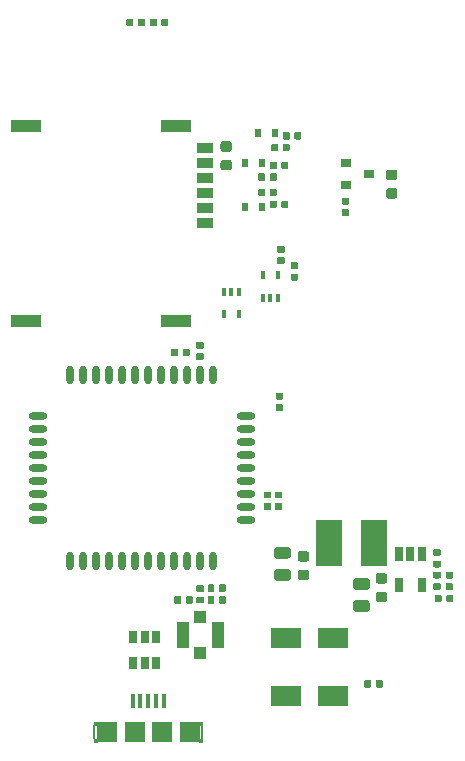
<source format=gtp>
G04 #@! TF.GenerationSoftware,KiCad,Pcbnew,5.1.4-e60b266~84~ubuntu19.04.1*
G04 #@! TF.CreationDate,2019-10-04T13:32:44+08:00*
G04 #@! TF.ProjectId,cicada-2g,63696361-6461-42d3-9267-2e6b69636164,0.1*
G04 #@! TF.SameCoordinates,PX7cee6c0PY3dfd240*
G04 #@! TF.FileFunction,Paste,Top*
G04 #@! TF.FilePolarity,Positive*
%FSLAX46Y46*%
G04 Gerber Fmt 4.6, Leading zero omitted, Abs format (unit mm)*
G04 Created by KiCad (PCBNEW 5.1.4-e60b266~84~ubuntu19.04.1) date 2019-10-04 13:32:44*
%MOMM*%
%LPD*%
G04 APERTURE LIST*
%ADD10C,0.150000*%
%ADD11C,0.590000*%
%ADD12O,1.600000X0.600000*%
%ADD13O,0.600000X1.600000*%
%ADD14R,1.000000X1.000000*%
%ADD15R,1.050000X2.200000*%
%ADD16R,2.500000X1.800000*%
%ADD17R,0.300000X1.250000*%
%ADD18R,0.150000X1.300000*%
%ADD19R,1.750000X1.800000*%
%ADD20C,0.400000*%
%ADD21R,1.700000X1.800000*%
%ADD22R,0.650000X1.220000*%
%ADD23R,0.650000X1.060000*%
%ADD24R,2.600000X1.100000*%
%ADD25R,1.350000X0.900000*%
%ADD26R,2.200000X3.900000*%
%ADD27C,0.875000*%
%ADD28R,0.600000X0.700000*%
%ADD29C,0.975000*%
%ADD30R,0.900000X0.800000*%
%ADD31R,0.400000X0.650000*%
G04 APERTURE END LIST*
D10*
G36*
X9584958Y-12509710D02*
G01*
X9599276Y-12511834D01*
X9613317Y-12515351D01*
X9626946Y-12520228D01*
X9640031Y-12526417D01*
X9652447Y-12533858D01*
X9664073Y-12542481D01*
X9674798Y-12552202D01*
X9684519Y-12562927D01*
X9693142Y-12574553D01*
X9700583Y-12586969D01*
X9706772Y-12600054D01*
X9711649Y-12613683D01*
X9715166Y-12627724D01*
X9717290Y-12642042D01*
X9718000Y-12656500D01*
X9718000Y-12951500D01*
X9717290Y-12965958D01*
X9715166Y-12980276D01*
X9711649Y-12994317D01*
X9706772Y-13007946D01*
X9700583Y-13021031D01*
X9693142Y-13033447D01*
X9684519Y-13045073D01*
X9674798Y-13055798D01*
X9664073Y-13065519D01*
X9652447Y-13074142D01*
X9640031Y-13081583D01*
X9626946Y-13087772D01*
X9613317Y-13092649D01*
X9599276Y-13096166D01*
X9584958Y-13098290D01*
X9570500Y-13099000D01*
X9225500Y-13099000D01*
X9211042Y-13098290D01*
X9196724Y-13096166D01*
X9182683Y-13092649D01*
X9169054Y-13087772D01*
X9155969Y-13081583D01*
X9143553Y-13074142D01*
X9131927Y-13065519D01*
X9121202Y-13055798D01*
X9111481Y-13045073D01*
X9102858Y-13033447D01*
X9095417Y-13021031D01*
X9089228Y-13007946D01*
X9084351Y-12994317D01*
X9080834Y-12980276D01*
X9078710Y-12965958D01*
X9078000Y-12951500D01*
X9078000Y-12656500D01*
X9078710Y-12642042D01*
X9080834Y-12627724D01*
X9084351Y-12613683D01*
X9089228Y-12600054D01*
X9095417Y-12586969D01*
X9102858Y-12574553D01*
X9111481Y-12562927D01*
X9121202Y-12552202D01*
X9131927Y-12542481D01*
X9143553Y-12533858D01*
X9155969Y-12526417D01*
X9169054Y-12520228D01*
X9182683Y-12515351D01*
X9196724Y-12511834D01*
X9211042Y-12509710D01*
X9225500Y-12509000D01*
X9570500Y-12509000D01*
X9584958Y-12509710D01*
X9584958Y-12509710D01*
G37*
D11*
X9398000Y-12804000D03*
D10*
G36*
X9584958Y-11539710D02*
G01*
X9599276Y-11541834D01*
X9613317Y-11545351D01*
X9626946Y-11550228D01*
X9640031Y-11556417D01*
X9652447Y-11563858D01*
X9664073Y-11572481D01*
X9674798Y-11582202D01*
X9684519Y-11592927D01*
X9693142Y-11604553D01*
X9700583Y-11616969D01*
X9706772Y-11630054D01*
X9711649Y-11643683D01*
X9715166Y-11657724D01*
X9717290Y-11672042D01*
X9718000Y-11686500D01*
X9718000Y-11981500D01*
X9717290Y-11995958D01*
X9715166Y-12010276D01*
X9711649Y-12024317D01*
X9706772Y-12037946D01*
X9700583Y-12051031D01*
X9693142Y-12063447D01*
X9684519Y-12075073D01*
X9674798Y-12085798D01*
X9664073Y-12095519D01*
X9652447Y-12104142D01*
X9640031Y-12111583D01*
X9626946Y-12117772D01*
X9613317Y-12122649D01*
X9599276Y-12126166D01*
X9584958Y-12128290D01*
X9570500Y-12129000D01*
X9225500Y-12129000D01*
X9211042Y-12128290D01*
X9196724Y-12126166D01*
X9182683Y-12122649D01*
X9169054Y-12117772D01*
X9155969Y-12111583D01*
X9143553Y-12104142D01*
X9131927Y-12095519D01*
X9121202Y-12085798D01*
X9111481Y-12075073D01*
X9102858Y-12063447D01*
X9095417Y-12051031D01*
X9089228Y-12037946D01*
X9084351Y-12024317D01*
X9080834Y-12010276D01*
X9078710Y-11995958D01*
X9078000Y-11981500D01*
X9078000Y-11686500D01*
X9078710Y-11672042D01*
X9080834Y-11657724D01*
X9084351Y-11643683D01*
X9089228Y-11630054D01*
X9095417Y-11616969D01*
X9102858Y-11604553D01*
X9111481Y-11592927D01*
X9121202Y-11582202D01*
X9131927Y-11572481D01*
X9143553Y-11563858D01*
X9155969Y-11556417D01*
X9169054Y-11550228D01*
X9182683Y-11545351D01*
X9196724Y-11541834D01*
X9211042Y-11539710D01*
X9225500Y-11539000D01*
X9570500Y-11539000D01*
X9584958Y-11539710D01*
X9584958Y-11539710D01*
G37*
D11*
X9398000Y-11834000D03*
D10*
G36*
X3996958Y-28049710D02*
G01*
X4011276Y-28051834D01*
X4025317Y-28055351D01*
X4038946Y-28060228D01*
X4052031Y-28066417D01*
X4064447Y-28073858D01*
X4076073Y-28082481D01*
X4086798Y-28092202D01*
X4096519Y-28102927D01*
X4105142Y-28114553D01*
X4112583Y-28126969D01*
X4118772Y-28140054D01*
X4123649Y-28153683D01*
X4127166Y-28167724D01*
X4129290Y-28182042D01*
X4130000Y-28196500D01*
X4130000Y-28491500D01*
X4129290Y-28505958D01*
X4127166Y-28520276D01*
X4123649Y-28534317D01*
X4118772Y-28547946D01*
X4112583Y-28561031D01*
X4105142Y-28573447D01*
X4096519Y-28585073D01*
X4086798Y-28595798D01*
X4076073Y-28605519D01*
X4064447Y-28614142D01*
X4052031Y-28621583D01*
X4038946Y-28627772D01*
X4025317Y-28632649D01*
X4011276Y-28636166D01*
X3996958Y-28638290D01*
X3982500Y-28639000D01*
X3637500Y-28639000D01*
X3623042Y-28638290D01*
X3608724Y-28636166D01*
X3594683Y-28632649D01*
X3581054Y-28627772D01*
X3567969Y-28621583D01*
X3555553Y-28614142D01*
X3543927Y-28605519D01*
X3533202Y-28595798D01*
X3523481Y-28585073D01*
X3514858Y-28573447D01*
X3507417Y-28561031D01*
X3501228Y-28547946D01*
X3496351Y-28534317D01*
X3492834Y-28520276D01*
X3490710Y-28505958D01*
X3490000Y-28491500D01*
X3490000Y-28196500D01*
X3490710Y-28182042D01*
X3492834Y-28167724D01*
X3496351Y-28153683D01*
X3501228Y-28140054D01*
X3507417Y-28126969D01*
X3514858Y-28114553D01*
X3523481Y-28102927D01*
X3533202Y-28092202D01*
X3543927Y-28082481D01*
X3555553Y-28073858D01*
X3567969Y-28066417D01*
X3581054Y-28060228D01*
X3594683Y-28055351D01*
X3608724Y-28051834D01*
X3623042Y-28049710D01*
X3637500Y-28049000D01*
X3982500Y-28049000D01*
X3996958Y-28049710D01*
X3996958Y-28049710D01*
G37*
D11*
X3810000Y-28344000D03*
D10*
G36*
X3996958Y-29019710D02*
G01*
X4011276Y-29021834D01*
X4025317Y-29025351D01*
X4038946Y-29030228D01*
X4052031Y-29036417D01*
X4064447Y-29043858D01*
X4076073Y-29052481D01*
X4086798Y-29062202D01*
X4096519Y-29072927D01*
X4105142Y-29084553D01*
X4112583Y-29096969D01*
X4118772Y-29110054D01*
X4123649Y-29123683D01*
X4127166Y-29137724D01*
X4129290Y-29152042D01*
X4130000Y-29166500D01*
X4130000Y-29461500D01*
X4129290Y-29475958D01*
X4127166Y-29490276D01*
X4123649Y-29504317D01*
X4118772Y-29517946D01*
X4112583Y-29531031D01*
X4105142Y-29543447D01*
X4096519Y-29555073D01*
X4086798Y-29565798D01*
X4076073Y-29575519D01*
X4064447Y-29584142D01*
X4052031Y-29591583D01*
X4038946Y-29597772D01*
X4025317Y-29602649D01*
X4011276Y-29606166D01*
X3996958Y-29608290D01*
X3982500Y-29609000D01*
X3637500Y-29609000D01*
X3623042Y-29608290D01*
X3608724Y-29606166D01*
X3594683Y-29602649D01*
X3581054Y-29597772D01*
X3567969Y-29591583D01*
X3555553Y-29584142D01*
X3543927Y-29575519D01*
X3533202Y-29565798D01*
X3523481Y-29555073D01*
X3514858Y-29543447D01*
X3507417Y-29531031D01*
X3501228Y-29517946D01*
X3496351Y-29504317D01*
X3492834Y-29490276D01*
X3490710Y-29475958D01*
X3490000Y-29461500D01*
X3490000Y-29166500D01*
X3490710Y-29152042D01*
X3492834Y-29137724D01*
X3496351Y-29123683D01*
X3501228Y-29110054D01*
X3507417Y-29096969D01*
X3514858Y-29084553D01*
X3523481Y-29072927D01*
X3533202Y-29062202D01*
X3543927Y-29052481D01*
X3555553Y-29043858D01*
X3567969Y-29036417D01*
X3581054Y-29030228D01*
X3594683Y-29025351D01*
X3608724Y-29021834D01*
X3623042Y-29019710D01*
X3637500Y-29019000D01*
X3982500Y-29019000D01*
X3996958Y-29019710D01*
X3996958Y-29019710D01*
G37*
D11*
X3810000Y-29314000D03*
D10*
G36*
X3936958Y-36420710D02*
G01*
X3951276Y-36422834D01*
X3965317Y-36426351D01*
X3978946Y-36431228D01*
X3992031Y-36437417D01*
X4004447Y-36444858D01*
X4016073Y-36453481D01*
X4026798Y-36463202D01*
X4036519Y-36473927D01*
X4045142Y-36485553D01*
X4052583Y-36497969D01*
X4058772Y-36511054D01*
X4063649Y-36524683D01*
X4067166Y-36538724D01*
X4069290Y-36553042D01*
X4070000Y-36567500D01*
X4070000Y-36862500D01*
X4069290Y-36876958D01*
X4067166Y-36891276D01*
X4063649Y-36905317D01*
X4058772Y-36918946D01*
X4052583Y-36932031D01*
X4045142Y-36944447D01*
X4036519Y-36956073D01*
X4026798Y-36966798D01*
X4016073Y-36976519D01*
X4004447Y-36985142D01*
X3992031Y-36992583D01*
X3978946Y-36998772D01*
X3965317Y-37003649D01*
X3951276Y-37007166D01*
X3936958Y-37009290D01*
X3922500Y-37010000D01*
X3577500Y-37010000D01*
X3563042Y-37009290D01*
X3548724Y-37007166D01*
X3534683Y-37003649D01*
X3521054Y-36998772D01*
X3507969Y-36992583D01*
X3495553Y-36985142D01*
X3483927Y-36976519D01*
X3473202Y-36966798D01*
X3463481Y-36956073D01*
X3454858Y-36944447D01*
X3447417Y-36932031D01*
X3441228Y-36918946D01*
X3436351Y-36905317D01*
X3432834Y-36891276D01*
X3430710Y-36876958D01*
X3430000Y-36862500D01*
X3430000Y-36567500D01*
X3430710Y-36553042D01*
X3432834Y-36538724D01*
X3436351Y-36524683D01*
X3441228Y-36511054D01*
X3447417Y-36497969D01*
X3454858Y-36485553D01*
X3463481Y-36473927D01*
X3473202Y-36463202D01*
X3483927Y-36453481D01*
X3495553Y-36444858D01*
X3507969Y-36437417D01*
X3521054Y-36431228D01*
X3534683Y-36426351D01*
X3548724Y-36422834D01*
X3563042Y-36420710D01*
X3577500Y-36420000D01*
X3922500Y-36420000D01*
X3936958Y-36420710D01*
X3936958Y-36420710D01*
G37*
D11*
X3750000Y-36715000D03*
D10*
G36*
X3936958Y-37390710D02*
G01*
X3951276Y-37392834D01*
X3965317Y-37396351D01*
X3978946Y-37401228D01*
X3992031Y-37407417D01*
X4004447Y-37414858D01*
X4016073Y-37423481D01*
X4026798Y-37433202D01*
X4036519Y-37443927D01*
X4045142Y-37455553D01*
X4052583Y-37467969D01*
X4058772Y-37481054D01*
X4063649Y-37494683D01*
X4067166Y-37508724D01*
X4069290Y-37523042D01*
X4070000Y-37537500D01*
X4070000Y-37832500D01*
X4069290Y-37846958D01*
X4067166Y-37861276D01*
X4063649Y-37875317D01*
X4058772Y-37888946D01*
X4052583Y-37902031D01*
X4045142Y-37914447D01*
X4036519Y-37926073D01*
X4026798Y-37936798D01*
X4016073Y-37946519D01*
X4004447Y-37955142D01*
X3992031Y-37962583D01*
X3978946Y-37968772D01*
X3965317Y-37973649D01*
X3951276Y-37977166D01*
X3936958Y-37979290D01*
X3922500Y-37980000D01*
X3577500Y-37980000D01*
X3563042Y-37979290D01*
X3548724Y-37977166D01*
X3534683Y-37973649D01*
X3521054Y-37968772D01*
X3507969Y-37962583D01*
X3495553Y-37955142D01*
X3483927Y-37946519D01*
X3473202Y-37936798D01*
X3463481Y-37926073D01*
X3454858Y-37914447D01*
X3447417Y-37902031D01*
X3441228Y-37888946D01*
X3436351Y-37875317D01*
X3432834Y-37861276D01*
X3430710Y-37846958D01*
X3430000Y-37832500D01*
X3430000Y-37537500D01*
X3430710Y-37523042D01*
X3432834Y-37508724D01*
X3436351Y-37494683D01*
X3441228Y-37481054D01*
X3447417Y-37467969D01*
X3454858Y-37455553D01*
X3463481Y-37443927D01*
X3473202Y-37433202D01*
X3483927Y-37423481D01*
X3495553Y-37414858D01*
X3507969Y-37407417D01*
X3521054Y-37401228D01*
X3534683Y-37396351D01*
X3548724Y-37392834D01*
X3563042Y-37390710D01*
X3577500Y-37390000D01*
X3922500Y-37390000D01*
X3936958Y-37390710D01*
X3936958Y-37390710D01*
G37*
D11*
X3750000Y-37685000D03*
D10*
G36*
X2986958Y-36420710D02*
G01*
X3001276Y-36422834D01*
X3015317Y-36426351D01*
X3028946Y-36431228D01*
X3042031Y-36437417D01*
X3054447Y-36444858D01*
X3066073Y-36453481D01*
X3076798Y-36463202D01*
X3086519Y-36473927D01*
X3095142Y-36485553D01*
X3102583Y-36497969D01*
X3108772Y-36511054D01*
X3113649Y-36524683D01*
X3117166Y-36538724D01*
X3119290Y-36553042D01*
X3120000Y-36567500D01*
X3120000Y-36862500D01*
X3119290Y-36876958D01*
X3117166Y-36891276D01*
X3113649Y-36905317D01*
X3108772Y-36918946D01*
X3102583Y-36932031D01*
X3095142Y-36944447D01*
X3086519Y-36956073D01*
X3076798Y-36966798D01*
X3066073Y-36976519D01*
X3054447Y-36985142D01*
X3042031Y-36992583D01*
X3028946Y-36998772D01*
X3015317Y-37003649D01*
X3001276Y-37007166D01*
X2986958Y-37009290D01*
X2972500Y-37010000D01*
X2627500Y-37010000D01*
X2613042Y-37009290D01*
X2598724Y-37007166D01*
X2584683Y-37003649D01*
X2571054Y-36998772D01*
X2557969Y-36992583D01*
X2545553Y-36985142D01*
X2533927Y-36976519D01*
X2523202Y-36966798D01*
X2513481Y-36956073D01*
X2504858Y-36944447D01*
X2497417Y-36932031D01*
X2491228Y-36918946D01*
X2486351Y-36905317D01*
X2482834Y-36891276D01*
X2480710Y-36876958D01*
X2480000Y-36862500D01*
X2480000Y-36567500D01*
X2480710Y-36553042D01*
X2482834Y-36538724D01*
X2486351Y-36524683D01*
X2491228Y-36511054D01*
X2497417Y-36497969D01*
X2504858Y-36485553D01*
X2513481Y-36473927D01*
X2523202Y-36463202D01*
X2533927Y-36453481D01*
X2545553Y-36444858D01*
X2557969Y-36437417D01*
X2571054Y-36431228D01*
X2584683Y-36426351D01*
X2598724Y-36422834D01*
X2613042Y-36420710D01*
X2627500Y-36420000D01*
X2972500Y-36420000D01*
X2986958Y-36420710D01*
X2986958Y-36420710D01*
G37*
D11*
X2800000Y-36715000D03*
D10*
G36*
X2986958Y-37390710D02*
G01*
X3001276Y-37392834D01*
X3015317Y-37396351D01*
X3028946Y-37401228D01*
X3042031Y-37407417D01*
X3054447Y-37414858D01*
X3066073Y-37423481D01*
X3076798Y-37433202D01*
X3086519Y-37443927D01*
X3095142Y-37455553D01*
X3102583Y-37467969D01*
X3108772Y-37481054D01*
X3113649Y-37494683D01*
X3117166Y-37508724D01*
X3119290Y-37523042D01*
X3120000Y-37537500D01*
X3120000Y-37832500D01*
X3119290Y-37846958D01*
X3117166Y-37861276D01*
X3113649Y-37875317D01*
X3108772Y-37888946D01*
X3102583Y-37902031D01*
X3095142Y-37914447D01*
X3086519Y-37926073D01*
X3076798Y-37936798D01*
X3066073Y-37946519D01*
X3054447Y-37955142D01*
X3042031Y-37962583D01*
X3028946Y-37968772D01*
X3015317Y-37973649D01*
X3001276Y-37977166D01*
X2986958Y-37979290D01*
X2972500Y-37980000D01*
X2627500Y-37980000D01*
X2613042Y-37979290D01*
X2598724Y-37977166D01*
X2584683Y-37973649D01*
X2571054Y-37968772D01*
X2557969Y-37962583D01*
X2545553Y-37955142D01*
X2533927Y-37946519D01*
X2523202Y-37936798D01*
X2513481Y-37926073D01*
X2504858Y-37914447D01*
X2497417Y-37902031D01*
X2491228Y-37888946D01*
X2486351Y-37875317D01*
X2482834Y-37861276D01*
X2480710Y-37846958D01*
X2480000Y-37832500D01*
X2480000Y-37537500D01*
X2480710Y-37523042D01*
X2482834Y-37508724D01*
X2486351Y-37494683D01*
X2491228Y-37481054D01*
X2497417Y-37467969D01*
X2504858Y-37455553D01*
X2513481Y-37443927D01*
X2523202Y-37433202D01*
X2533927Y-37423481D01*
X2545553Y-37414858D01*
X2557969Y-37407417D01*
X2571054Y-37401228D01*
X2584683Y-37396351D01*
X2598724Y-37392834D01*
X2613042Y-37390710D01*
X2627500Y-37390000D01*
X2972500Y-37390000D01*
X2986958Y-37390710D01*
X2986958Y-37390710D01*
G37*
D11*
X2800000Y-37685000D03*
D10*
G36*
X-848042Y-45280710D02*
G01*
X-833724Y-45282834D01*
X-819683Y-45286351D01*
X-806054Y-45291228D01*
X-792969Y-45297417D01*
X-780553Y-45304858D01*
X-768927Y-45313481D01*
X-758202Y-45323202D01*
X-748481Y-45333927D01*
X-739858Y-45345553D01*
X-732417Y-45357969D01*
X-726228Y-45371054D01*
X-721351Y-45384683D01*
X-717834Y-45398724D01*
X-715710Y-45413042D01*
X-715000Y-45427500D01*
X-715000Y-45772500D01*
X-715710Y-45786958D01*
X-717834Y-45801276D01*
X-721351Y-45815317D01*
X-726228Y-45828946D01*
X-732417Y-45842031D01*
X-739858Y-45854447D01*
X-748481Y-45866073D01*
X-758202Y-45876798D01*
X-768927Y-45886519D01*
X-780553Y-45895142D01*
X-792969Y-45902583D01*
X-806054Y-45908772D01*
X-819683Y-45913649D01*
X-833724Y-45917166D01*
X-848042Y-45919290D01*
X-862500Y-45920000D01*
X-1157500Y-45920000D01*
X-1171958Y-45919290D01*
X-1186276Y-45917166D01*
X-1200317Y-45913649D01*
X-1213946Y-45908772D01*
X-1227031Y-45902583D01*
X-1239447Y-45895142D01*
X-1251073Y-45886519D01*
X-1261798Y-45876798D01*
X-1271519Y-45866073D01*
X-1280142Y-45854447D01*
X-1287583Y-45842031D01*
X-1293772Y-45828946D01*
X-1298649Y-45815317D01*
X-1302166Y-45801276D01*
X-1304290Y-45786958D01*
X-1305000Y-45772500D01*
X-1305000Y-45427500D01*
X-1304290Y-45413042D01*
X-1302166Y-45398724D01*
X-1298649Y-45384683D01*
X-1293772Y-45371054D01*
X-1287583Y-45357969D01*
X-1280142Y-45345553D01*
X-1271519Y-45333927D01*
X-1261798Y-45323202D01*
X-1251073Y-45313481D01*
X-1239447Y-45304858D01*
X-1227031Y-45297417D01*
X-1213946Y-45291228D01*
X-1200317Y-45286351D01*
X-1186276Y-45282834D01*
X-1171958Y-45280710D01*
X-1157500Y-45280000D01*
X-862500Y-45280000D01*
X-848042Y-45280710D01*
X-848042Y-45280710D01*
G37*
D11*
X-1010000Y-45600000D03*
D10*
G36*
X-1818042Y-45280710D02*
G01*
X-1803724Y-45282834D01*
X-1789683Y-45286351D01*
X-1776054Y-45291228D01*
X-1762969Y-45297417D01*
X-1750553Y-45304858D01*
X-1738927Y-45313481D01*
X-1728202Y-45323202D01*
X-1718481Y-45333927D01*
X-1709858Y-45345553D01*
X-1702417Y-45357969D01*
X-1696228Y-45371054D01*
X-1691351Y-45384683D01*
X-1687834Y-45398724D01*
X-1685710Y-45413042D01*
X-1685000Y-45427500D01*
X-1685000Y-45772500D01*
X-1685710Y-45786958D01*
X-1687834Y-45801276D01*
X-1691351Y-45815317D01*
X-1696228Y-45828946D01*
X-1702417Y-45842031D01*
X-1709858Y-45854447D01*
X-1718481Y-45866073D01*
X-1728202Y-45876798D01*
X-1738927Y-45886519D01*
X-1750553Y-45895142D01*
X-1762969Y-45902583D01*
X-1776054Y-45908772D01*
X-1789683Y-45913649D01*
X-1803724Y-45917166D01*
X-1818042Y-45919290D01*
X-1832500Y-45920000D01*
X-2127500Y-45920000D01*
X-2141958Y-45919290D01*
X-2156276Y-45917166D01*
X-2170317Y-45913649D01*
X-2183946Y-45908772D01*
X-2197031Y-45902583D01*
X-2209447Y-45895142D01*
X-2221073Y-45886519D01*
X-2231798Y-45876798D01*
X-2241519Y-45866073D01*
X-2250142Y-45854447D01*
X-2257583Y-45842031D01*
X-2263772Y-45828946D01*
X-2268649Y-45815317D01*
X-2272166Y-45801276D01*
X-2274290Y-45786958D01*
X-2275000Y-45772500D01*
X-2275000Y-45427500D01*
X-2274290Y-45413042D01*
X-2272166Y-45398724D01*
X-2268649Y-45384683D01*
X-2263772Y-45371054D01*
X-2257583Y-45357969D01*
X-2250142Y-45345553D01*
X-2241519Y-45333927D01*
X-2231798Y-45323202D01*
X-2221073Y-45313481D01*
X-2209447Y-45304858D01*
X-2197031Y-45297417D01*
X-2183946Y-45291228D01*
X-2170317Y-45286351D01*
X-2156276Y-45282834D01*
X-2141958Y-45280710D01*
X-2127500Y-45280000D01*
X-1832500Y-45280000D01*
X-1818042Y-45280710D01*
X-1818042Y-45280710D01*
G37*
D11*
X-1980000Y-45600000D03*
D10*
G36*
X-848042Y-44280710D02*
G01*
X-833724Y-44282834D01*
X-819683Y-44286351D01*
X-806054Y-44291228D01*
X-792969Y-44297417D01*
X-780553Y-44304858D01*
X-768927Y-44313481D01*
X-758202Y-44323202D01*
X-748481Y-44333927D01*
X-739858Y-44345553D01*
X-732417Y-44357969D01*
X-726228Y-44371054D01*
X-721351Y-44384683D01*
X-717834Y-44398724D01*
X-715710Y-44413042D01*
X-715000Y-44427500D01*
X-715000Y-44772500D01*
X-715710Y-44786958D01*
X-717834Y-44801276D01*
X-721351Y-44815317D01*
X-726228Y-44828946D01*
X-732417Y-44842031D01*
X-739858Y-44854447D01*
X-748481Y-44866073D01*
X-758202Y-44876798D01*
X-768927Y-44886519D01*
X-780553Y-44895142D01*
X-792969Y-44902583D01*
X-806054Y-44908772D01*
X-819683Y-44913649D01*
X-833724Y-44917166D01*
X-848042Y-44919290D01*
X-862500Y-44920000D01*
X-1157500Y-44920000D01*
X-1171958Y-44919290D01*
X-1186276Y-44917166D01*
X-1200317Y-44913649D01*
X-1213946Y-44908772D01*
X-1227031Y-44902583D01*
X-1239447Y-44895142D01*
X-1251073Y-44886519D01*
X-1261798Y-44876798D01*
X-1271519Y-44866073D01*
X-1280142Y-44854447D01*
X-1287583Y-44842031D01*
X-1293772Y-44828946D01*
X-1298649Y-44815317D01*
X-1302166Y-44801276D01*
X-1304290Y-44786958D01*
X-1305000Y-44772500D01*
X-1305000Y-44427500D01*
X-1304290Y-44413042D01*
X-1302166Y-44398724D01*
X-1298649Y-44384683D01*
X-1293772Y-44371054D01*
X-1287583Y-44357969D01*
X-1280142Y-44345553D01*
X-1271519Y-44333927D01*
X-1261798Y-44323202D01*
X-1251073Y-44313481D01*
X-1239447Y-44304858D01*
X-1227031Y-44297417D01*
X-1213946Y-44291228D01*
X-1200317Y-44286351D01*
X-1186276Y-44282834D01*
X-1171958Y-44280710D01*
X-1157500Y-44280000D01*
X-862500Y-44280000D01*
X-848042Y-44280710D01*
X-848042Y-44280710D01*
G37*
D11*
X-1010000Y-44600000D03*
D10*
G36*
X-1818042Y-44280710D02*
G01*
X-1803724Y-44282834D01*
X-1789683Y-44286351D01*
X-1776054Y-44291228D01*
X-1762969Y-44297417D01*
X-1750553Y-44304858D01*
X-1738927Y-44313481D01*
X-1728202Y-44323202D01*
X-1718481Y-44333927D01*
X-1709858Y-44345553D01*
X-1702417Y-44357969D01*
X-1696228Y-44371054D01*
X-1691351Y-44384683D01*
X-1687834Y-44398724D01*
X-1685710Y-44413042D01*
X-1685000Y-44427500D01*
X-1685000Y-44772500D01*
X-1685710Y-44786958D01*
X-1687834Y-44801276D01*
X-1691351Y-44815317D01*
X-1696228Y-44828946D01*
X-1702417Y-44842031D01*
X-1709858Y-44854447D01*
X-1718481Y-44866073D01*
X-1728202Y-44876798D01*
X-1738927Y-44886519D01*
X-1750553Y-44895142D01*
X-1762969Y-44902583D01*
X-1776054Y-44908772D01*
X-1789683Y-44913649D01*
X-1803724Y-44917166D01*
X-1818042Y-44919290D01*
X-1832500Y-44920000D01*
X-2127500Y-44920000D01*
X-2141958Y-44919290D01*
X-2156276Y-44917166D01*
X-2170317Y-44913649D01*
X-2183946Y-44908772D01*
X-2197031Y-44902583D01*
X-2209447Y-44895142D01*
X-2221073Y-44886519D01*
X-2231798Y-44876798D01*
X-2241519Y-44866073D01*
X-2250142Y-44854447D01*
X-2257583Y-44842031D01*
X-2263772Y-44828946D01*
X-2268649Y-44815317D01*
X-2272166Y-44801276D01*
X-2274290Y-44786958D01*
X-2275000Y-44772500D01*
X-2275000Y-44427500D01*
X-2274290Y-44413042D01*
X-2272166Y-44398724D01*
X-2268649Y-44384683D01*
X-2263772Y-44371054D01*
X-2257583Y-44357969D01*
X-2250142Y-44345553D01*
X-2241519Y-44333927D01*
X-2231798Y-44323202D01*
X-2221073Y-44313481D01*
X-2209447Y-44304858D01*
X-2197031Y-44297417D01*
X-2183946Y-44291228D01*
X-2170317Y-44286351D01*
X-2156276Y-44282834D01*
X-2141958Y-44280710D01*
X-2127500Y-44280000D01*
X-1832500Y-44280000D01*
X-1818042Y-44280710D01*
X-1818042Y-44280710D01*
G37*
D11*
X-1980000Y-44600000D03*
D10*
G36*
X-2713042Y-44340710D02*
G01*
X-2698724Y-44342834D01*
X-2684683Y-44346351D01*
X-2671054Y-44351228D01*
X-2657969Y-44357417D01*
X-2645553Y-44364858D01*
X-2633927Y-44373481D01*
X-2623202Y-44383202D01*
X-2613481Y-44393927D01*
X-2604858Y-44405553D01*
X-2597417Y-44417969D01*
X-2591228Y-44431054D01*
X-2586351Y-44444683D01*
X-2582834Y-44458724D01*
X-2580710Y-44473042D01*
X-2580000Y-44487500D01*
X-2580000Y-44782500D01*
X-2580710Y-44796958D01*
X-2582834Y-44811276D01*
X-2586351Y-44825317D01*
X-2591228Y-44838946D01*
X-2597417Y-44852031D01*
X-2604858Y-44864447D01*
X-2613481Y-44876073D01*
X-2623202Y-44886798D01*
X-2633927Y-44896519D01*
X-2645553Y-44905142D01*
X-2657969Y-44912583D01*
X-2671054Y-44918772D01*
X-2684683Y-44923649D01*
X-2698724Y-44927166D01*
X-2713042Y-44929290D01*
X-2727500Y-44930000D01*
X-3072500Y-44930000D01*
X-3086958Y-44929290D01*
X-3101276Y-44927166D01*
X-3115317Y-44923649D01*
X-3128946Y-44918772D01*
X-3142031Y-44912583D01*
X-3154447Y-44905142D01*
X-3166073Y-44896519D01*
X-3176798Y-44886798D01*
X-3186519Y-44876073D01*
X-3195142Y-44864447D01*
X-3202583Y-44852031D01*
X-3208772Y-44838946D01*
X-3213649Y-44825317D01*
X-3217166Y-44811276D01*
X-3219290Y-44796958D01*
X-3220000Y-44782500D01*
X-3220000Y-44487500D01*
X-3219290Y-44473042D01*
X-3217166Y-44458724D01*
X-3213649Y-44444683D01*
X-3208772Y-44431054D01*
X-3202583Y-44417969D01*
X-3195142Y-44405553D01*
X-3186519Y-44393927D01*
X-3176798Y-44383202D01*
X-3166073Y-44373481D01*
X-3154447Y-44364858D01*
X-3142031Y-44357417D01*
X-3128946Y-44351228D01*
X-3115317Y-44346351D01*
X-3101276Y-44342834D01*
X-3086958Y-44340710D01*
X-3072500Y-44340000D01*
X-2727500Y-44340000D01*
X-2713042Y-44340710D01*
X-2713042Y-44340710D01*
G37*
D11*
X-2900000Y-44635000D03*
D10*
G36*
X-2713042Y-45310710D02*
G01*
X-2698724Y-45312834D01*
X-2684683Y-45316351D01*
X-2671054Y-45321228D01*
X-2657969Y-45327417D01*
X-2645553Y-45334858D01*
X-2633927Y-45343481D01*
X-2623202Y-45353202D01*
X-2613481Y-45363927D01*
X-2604858Y-45375553D01*
X-2597417Y-45387969D01*
X-2591228Y-45401054D01*
X-2586351Y-45414683D01*
X-2582834Y-45428724D01*
X-2580710Y-45443042D01*
X-2580000Y-45457500D01*
X-2580000Y-45752500D01*
X-2580710Y-45766958D01*
X-2582834Y-45781276D01*
X-2586351Y-45795317D01*
X-2591228Y-45808946D01*
X-2597417Y-45822031D01*
X-2604858Y-45834447D01*
X-2613481Y-45846073D01*
X-2623202Y-45856798D01*
X-2633927Y-45866519D01*
X-2645553Y-45875142D01*
X-2657969Y-45882583D01*
X-2671054Y-45888772D01*
X-2684683Y-45893649D01*
X-2698724Y-45897166D01*
X-2713042Y-45899290D01*
X-2727500Y-45900000D01*
X-3072500Y-45900000D01*
X-3086958Y-45899290D01*
X-3101276Y-45897166D01*
X-3115317Y-45893649D01*
X-3128946Y-45888772D01*
X-3142031Y-45882583D01*
X-3154447Y-45875142D01*
X-3166073Y-45866519D01*
X-3176798Y-45856798D01*
X-3186519Y-45846073D01*
X-3195142Y-45834447D01*
X-3202583Y-45822031D01*
X-3208772Y-45808946D01*
X-3213649Y-45795317D01*
X-3217166Y-45781276D01*
X-3219290Y-45766958D01*
X-3220000Y-45752500D01*
X-3220000Y-45457500D01*
X-3219290Y-45443042D01*
X-3217166Y-45428724D01*
X-3213649Y-45414683D01*
X-3208772Y-45401054D01*
X-3202583Y-45387969D01*
X-3195142Y-45375553D01*
X-3186519Y-45363927D01*
X-3176798Y-45353202D01*
X-3166073Y-45343481D01*
X-3154447Y-45334858D01*
X-3142031Y-45327417D01*
X-3128946Y-45321228D01*
X-3115317Y-45316351D01*
X-3101276Y-45312834D01*
X-3086958Y-45310710D01*
X-3072500Y-45310000D01*
X-2727500Y-45310000D01*
X-2713042Y-45310710D01*
X-2713042Y-45310710D01*
G37*
D11*
X-2900000Y-45605000D03*
D12*
X975000Y-30025000D03*
X975000Y-31125000D03*
X975000Y-32225000D03*
X975000Y-33325000D03*
X975000Y-34425000D03*
X975000Y-35525000D03*
X975000Y-36625000D03*
X975000Y-37725000D03*
X975000Y-38825000D03*
D13*
X-1775000Y-42275000D03*
X-2875000Y-42275000D03*
X-3975000Y-42275000D03*
X-5075000Y-42275000D03*
X-6175000Y-42275000D03*
X-7275000Y-42275000D03*
X-8375000Y-42275000D03*
X-9475000Y-42275000D03*
X-10575000Y-42275000D03*
X-11675000Y-42275000D03*
X-12775000Y-42275000D03*
X-13875000Y-42275000D03*
D12*
X-16625000Y-38825000D03*
X-16625000Y-37725000D03*
X-16625000Y-36625000D03*
X-16625000Y-35525000D03*
X-16625000Y-34425000D03*
X-16625000Y-33325000D03*
X-16625000Y-32225000D03*
X-16625000Y-31125000D03*
X-16625000Y-30025000D03*
D13*
X-13875000Y-26575000D03*
X-12775000Y-26575000D03*
X-11675000Y-26575000D03*
X-10575000Y-26575000D03*
X-9475000Y-26575000D03*
X-8375000Y-26575000D03*
X-7275000Y-26575000D03*
X-6175000Y-26575000D03*
X-5075000Y-26575000D03*
X-3975000Y-26575000D03*
X-2875000Y-26575000D03*
X-1775000Y-26575000D03*
D14*
X-2900000Y-47070000D03*
X-2900000Y-50070000D03*
D15*
X-4375000Y-48570000D03*
X-1425000Y-48570000D03*
D16*
X4350000Y-48800000D03*
X8350000Y-48800000D03*
D17*
X-6000000Y-54125000D03*
X-6650000Y-54125000D03*
X-7300000Y-54125000D03*
X-7950000Y-54125000D03*
X-8600000Y-54125000D03*
D18*
X-2725000Y-56800000D03*
X-11875000Y-56800000D03*
D19*
X-3775000Y-56800000D03*
X-10825000Y-56800000D03*
D20*
X-2850000Y-57500000D03*
X-2850000Y-56100000D03*
X-11750000Y-57500000D03*
X-11750000Y-56100000D03*
D21*
X-6150000Y-56800000D03*
X-8450000Y-56800000D03*
D10*
G36*
X17336958Y-44165710D02*
G01*
X17351276Y-44167834D01*
X17365317Y-44171351D01*
X17378946Y-44176228D01*
X17392031Y-44182417D01*
X17404447Y-44189858D01*
X17416073Y-44198481D01*
X17426798Y-44208202D01*
X17436519Y-44218927D01*
X17445142Y-44230553D01*
X17452583Y-44242969D01*
X17458772Y-44256054D01*
X17463649Y-44269683D01*
X17467166Y-44283724D01*
X17469290Y-44298042D01*
X17470000Y-44312500D01*
X17470000Y-44607500D01*
X17469290Y-44621958D01*
X17467166Y-44636276D01*
X17463649Y-44650317D01*
X17458772Y-44663946D01*
X17452583Y-44677031D01*
X17445142Y-44689447D01*
X17436519Y-44701073D01*
X17426798Y-44711798D01*
X17416073Y-44721519D01*
X17404447Y-44730142D01*
X17392031Y-44737583D01*
X17378946Y-44743772D01*
X17365317Y-44748649D01*
X17351276Y-44752166D01*
X17336958Y-44754290D01*
X17322500Y-44755000D01*
X16977500Y-44755000D01*
X16963042Y-44754290D01*
X16948724Y-44752166D01*
X16934683Y-44748649D01*
X16921054Y-44743772D01*
X16907969Y-44737583D01*
X16895553Y-44730142D01*
X16883927Y-44721519D01*
X16873202Y-44711798D01*
X16863481Y-44701073D01*
X16854858Y-44689447D01*
X16847417Y-44677031D01*
X16841228Y-44663946D01*
X16836351Y-44650317D01*
X16832834Y-44636276D01*
X16830710Y-44621958D01*
X16830000Y-44607500D01*
X16830000Y-44312500D01*
X16830710Y-44298042D01*
X16832834Y-44283724D01*
X16836351Y-44269683D01*
X16841228Y-44256054D01*
X16847417Y-44242969D01*
X16854858Y-44230553D01*
X16863481Y-44218927D01*
X16873202Y-44208202D01*
X16883927Y-44198481D01*
X16895553Y-44189858D01*
X16907969Y-44182417D01*
X16921054Y-44176228D01*
X16934683Y-44171351D01*
X16948724Y-44167834D01*
X16963042Y-44165710D01*
X16977500Y-44165000D01*
X17322500Y-44165000D01*
X17336958Y-44165710D01*
X17336958Y-44165710D01*
G37*
D11*
X17150000Y-44460000D03*
D10*
G36*
X17336958Y-43195710D02*
G01*
X17351276Y-43197834D01*
X17365317Y-43201351D01*
X17378946Y-43206228D01*
X17392031Y-43212417D01*
X17404447Y-43219858D01*
X17416073Y-43228481D01*
X17426798Y-43238202D01*
X17436519Y-43248927D01*
X17445142Y-43260553D01*
X17452583Y-43272969D01*
X17458772Y-43286054D01*
X17463649Y-43299683D01*
X17467166Y-43313724D01*
X17469290Y-43328042D01*
X17470000Y-43342500D01*
X17470000Y-43637500D01*
X17469290Y-43651958D01*
X17467166Y-43666276D01*
X17463649Y-43680317D01*
X17458772Y-43693946D01*
X17452583Y-43707031D01*
X17445142Y-43719447D01*
X17436519Y-43731073D01*
X17426798Y-43741798D01*
X17416073Y-43751519D01*
X17404447Y-43760142D01*
X17392031Y-43767583D01*
X17378946Y-43773772D01*
X17365317Y-43778649D01*
X17351276Y-43782166D01*
X17336958Y-43784290D01*
X17322500Y-43785000D01*
X16977500Y-43785000D01*
X16963042Y-43784290D01*
X16948724Y-43782166D01*
X16934683Y-43778649D01*
X16921054Y-43773772D01*
X16907969Y-43767583D01*
X16895553Y-43760142D01*
X16883927Y-43751519D01*
X16873202Y-43741798D01*
X16863481Y-43731073D01*
X16854858Y-43719447D01*
X16847417Y-43707031D01*
X16841228Y-43693946D01*
X16836351Y-43680317D01*
X16832834Y-43666276D01*
X16830710Y-43651958D01*
X16830000Y-43637500D01*
X16830000Y-43342500D01*
X16830710Y-43328042D01*
X16832834Y-43313724D01*
X16836351Y-43299683D01*
X16841228Y-43286054D01*
X16847417Y-43272969D01*
X16854858Y-43260553D01*
X16863481Y-43248927D01*
X16873202Y-43238202D01*
X16883927Y-43228481D01*
X16895553Y-43219858D01*
X16907969Y-43212417D01*
X16921054Y-43206228D01*
X16934683Y-43201351D01*
X16948724Y-43197834D01*
X16963042Y-43195710D01*
X16977500Y-43195000D01*
X17322500Y-43195000D01*
X17336958Y-43195710D01*
X17336958Y-43195710D01*
G37*
D11*
X17150000Y-43490000D03*
D10*
G36*
X17336958Y-42265710D02*
G01*
X17351276Y-42267834D01*
X17365317Y-42271351D01*
X17378946Y-42276228D01*
X17392031Y-42282417D01*
X17404447Y-42289858D01*
X17416073Y-42298481D01*
X17426798Y-42308202D01*
X17436519Y-42318927D01*
X17445142Y-42330553D01*
X17452583Y-42342969D01*
X17458772Y-42356054D01*
X17463649Y-42369683D01*
X17467166Y-42383724D01*
X17469290Y-42398042D01*
X17470000Y-42412500D01*
X17470000Y-42707500D01*
X17469290Y-42721958D01*
X17467166Y-42736276D01*
X17463649Y-42750317D01*
X17458772Y-42763946D01*
X17452583Y-42777031D01*
X17445142Y-42789447D01*
X17436519Y-42801073D01*
X17426798Y-42811798D01*
X17416073Y-42821519D01*
X17404447Y-42830142D01*
X17392031Y-42837583D01*
X17378946Y-42843772D01*
X17365317Y-42848649D01*
X17351276Y-42852166D01*
X17336958Y-42854290D01*
X17322500Y-42855000D01*
X16977500Y-42855000D01*
X16963042Y-42854290D01*
X16948724Y-42852166D01*
X16934683Y-42848649D01*
X16921054Y-42843772D01*
X16907969Y-42837583D01*
X16895553Y-42830142D01*
X16883927Y-42821519D01*
X16873202Y-42811798D01*
X16863481Y-42801073D01*
X16854858Y-42789447D01*
X16847417Y-42777031D01*
X16841228Y-42763946D01*
X16836351Y-42750317D01*
X16832834Y-42736276D01*
X16830710Y-42721958D01*
X16830000Y-42707500D01*
X16830000Y-42412500D01*
X16830710Y-42398042D01*
X16832834Y-42383724D01*
X16836351Y-42369683D01*
X16841228Y-42356054D01*
X16847417Y-42342969D01*
X16854858Y-42330553D01*
X16863481Y-42318927D01*
X16873202Y-42308202D01*
X16883927Y-42298481D01*
X16895553Y-42289858D01*
X16907969Y-42282417D01*
X16921054Y-42276228D01*
X16934683Y-42271351D01*
X16948724Y-42267834D01*
X16963042Y-42265710D01*
X16977500Y-42265000D01*
X17322500Y-42265000D01*
X17336958Y-42265710D01*
X17336958Y-42265710D01*
G37*
D11*
X17150000Y-42560000D03*
D10*
G36*
X17336958Y-41295710D02*
G01*
X17351276Y-41297834D01*
X17365317Y-41301351D01*
X17378946Y-41306228D01*
X17392031Y-41312417D01*
X17404447Y-41319858D01*
X17416073Y-41328481D01*
X17426798Y-41338202D01*
X17436519Y-41348927D01*
X17445142Y-41360553D01*
X17452583Y-41372969D01*
X17458772Y-41386054D01*
X17463649Y-41399683D01*
X17467166Y-41413724D01*
X17469290Y-41428042D01*
X17470000Y-41442500D01*
X17470000Y-41737500D01*
X17469290Y-41751958D01*
X17467166Y-41766276D01*
X17463649Y-41780317D01*
X17458772Y-41793946D01*
X17452583Y-41807031D01*
X17445142Y-41819447D01*
X17436519Y-41831073D01*
X17426798Y-41841798D01*
X17416073Y-41851519D01*
X17404447Y-41860142D01*
X17392031Y-41867583D01*
X17378946Y-41873772D01*
X17365317Y-41878649D01*
X17351276Y-41882166D01*
X17336958Y-41884290D01*
X17322500Y-41885000D01*
X16977500Y-41885000D01*
X16963042Y-41884290D01*
X16948724Y-41882166D01*
X16934683Y-41878649D01*
X16921054Y-41873772D01*
X16907969Y-41867583D01*
X16895553Y-41860142D01*
X16883927Y-41851519D01*
X16873202Y-41841798D01*
X16863481Y-41831073D01*
X16854858Y-41819447D01*
X16847417Y-41807031D01*
X16841228Y-41793946D01*
X16836351Y-41780317D01*
X16832834Y-41766276D01*
X16830710Y-41751958D01*
X16830000Y-41737500D01*
X16830000Y-41442500D01*
X16830710Y-41428042D01*
X16832834Y-41413724D01*
X16836351Y-41399683D01*
X16841228Y-41386054D01*
X16847417Y-41372969D01*
X16854858Y-41360553D01*
X16863481Y-41348927D01*
X16873202Y-41338202D01*
X16883927Y-41328481D01*
X16895553Y-41319858D01*
X16907969Y-41312417D01*
X16921054Y-41306228D01*
X16934683Y-41301351D01*
X16948724Y-41297834D01*
X16963042Y-41295710D01*
X16977500Y-41295000D01*
X17322500Y-41295000D01*
X17336958Y-41295710D01*
X17336958Y-41295710D01*
G37*
D11*
X17150000Y-41590000D03*
D10*
G36*
X18384204Y-43195710D02*
G01*
X18398522Y-43197834D01*
X18412563Y-43201351D01*
X18426192Y-43206228D01*
X18439277Y-43212417D01*
X18451693Y-43219858D01*
X18463319Y-43228481D01*
X18474044Y-43238202D01*
X18483765Y-43248927D01*
X18492388Y-43260553D01*
X18499829Y-43272969D01*
X18506018Y-43286054D01*
X18510895Y-43299683D01*
X18514412Y-43313724D01*
X18516536Y-43328042D01*
X18517246Y-43342500D01*
X18517246Y-43637500D01*
X18516536Y-43651958D01*
X18514412Y-43666276D01*
X18510895Y-43680317D01*
X18506018Y-43693946D01*
X18499829Y-43707031D01*
X18492388Y-43719447D01*
X18483765Y-43731073D01*
X18474044Y-43741798D01*
X18463319Y-43751519D01*
X18451693Y-43760142D01*
X18439277Y-43767583D01*
X18426192Y-43773772D01*
X18412563Y-43778649D01*
X18398522Y-43782166D01*
X18384204Y-43784290D01*
X18369746Y-43785000D01*
X18024746Y-43785000D01*
X18010288Y-43784290D01*
X17995970Y-43782166D01*
X17981929Y-43778649D01*
X17968300Y-43773772D01*
X17955215Y-43767583D01*
X17942799Y-43760142D01*
X17931173Y-43751519D01*
X17920448Y-43741798D01*
X17910727Y-43731073D01*
X17902104Y-43719447D01*
X17894663Y-43707031D01*
X17888474Y-43693946D01*
X17883597Y-43680317D01*
X17880080Y-43666276D01*
X17877956Y-43651958D01*
X17877246Y-43637500D01*
X17877246Y-43342500D01*
X17877956Y-43328042D01*
X17880080Y-43313724D01*
X17883597Y-43299683D01*
X17888474Y-43286054D01*
X17894663Y-43272969D01*
X17902104Y-43260553D01*
X17910727Y-43248927D01*
X17920448Y-43238202D01*
X17931173Y-43228481D01*
X17942799Y-43219858D01*
X17955215Y-43212417D01*
X17968300Y-43206228D01*
X17981929Y-43201351D01*
X17995970Y-43197834D01*
X18010288Y-43195710D01*
X18024746Y-43195000D01*
X18369746Y-43195000D01*
X18384204Y-43195710D01*
X18384204Y-43195710D01*
G37*
D11*
X18197246Y-43490000D03*
D10*
G36*
X18384204Y-44165710D02*
G01*
X18398522Y-44167834D01*
X18412563Y-44171351D01*
X18426192Y-44176228D01*
X18439277Y-44182417D01*
X18451693Y-44189858D01*
X18463319Y-44198481D01*
X18474044Y-44208202D01*
X18483765Y-44218927D01*
X18492388Y-44230553D01*
X18499829Y-44242969D01*
X18506018Y-44256054D01*
X18510895Y-44269683D01*
X18514412Y-44283724D01*
X18516536Y-44298042D01*
X18517246Y-44312500D01*
X18517246Y-44607500D01*
X18516536Y-44621958D01*
X18514412Y-44636276D01*
X18510895Y-44650317D01*
X18506018Y-44663946D01*
X18499829Y-44677031D01*
X18492388Y-44689447D01*
X18483765Y-44701073D01*
X18474044Y-44711798D01*
X18463319Y-44721519D01*
X18451693Y-44730142D01*
X18439277Y-44737583D01*
X18426192Y-44743772D01*
X18412563Y-44748649D01*
X18398522Y-44752166D01*
X18384204Y-44754290D01*
X18369746Y-44755000D01*
X18024746Y-44755000D01*
X18010288Y-44754290D01*
X17995970Y-44752166D01*
X17981929Y-44748649D01*
X17968300Y-44743772D01*
X17955215Y-44737583D01*
X17942799Y-44730142D01*
X17931173Y-44721519D01*
X17920448Y-44711798D01*
X17910727Y-44701073D01*
X17902104Y-44689447D01*
X17894663Y-44677031D01*
X17888474Y-44663946D01*
X17883597Y-44650317D01*
X17880080Y-44636276D01*
X17877956Y-44621958D01*
X17877246Y-44607500D01*
X17877246Y-44312500D01*
X17877956Y-44298042D01*
X17880080Y-44283724D01*
X17883597Y-44269683D01*
X17888474Y-44256054D01*
X17894663Y-44242969D01*
X17902104Y-44230553D01*
X17910727Y-44218927D01*
X17920448Y-44208202D01*
X17931173Y-44198481D01*
X17942799Y-44189858D01*
X17955215Y-44182417D01*
X17968300Y-44176228D01*
X17981929Y-44171351D01*
X17995970Y-44167834D01*
X18010288Y-44165710D01*
X18024746Y-44165000D01*
X18369746Y-44165000D01*
X18384204Y-44165710D01*
X18384204Y-44165710D01*
G37*
D11*
X18197246Y-44460000D03*
D10*
G36*
X2476958Y-10780710D02*
G01*
X2491276Y-10782834D01*
X2505317Y-10786351D01*
X2518946Y-10791228D01*
X2532031Y-10797417D01*
X2544447Y-10804858D01*
X2556073Y-10813481D01*
X2566798Y-10823202D01*
X2576519Y-10833927D01*
X2585142Y-10845553D01*
X2592583Y-10857969D01*
X2598772Y-10871054D01*
X2603649Y-10884683D01*
X2607166Y-10898724D01*
X2609290Y-10913042D01*
X2610000Y-10927500D01*
X2610000Y-11272500D01*
X2609290Y-11286958D01*
X2607166Y-11301276D01*
X2603649Y-11315317D01*
X2598772Y-11328946D01*
X2592583Y-11342031D01*
X2585142Y-11354447D01*
X2576519Y-11366073D01*
X2566798Y-11376798D01*
X2556073Y-11386519D01*
X2544447Y-11395142D01*
X2532031Y-11402583D01*
X2518946Y-11408772D01*
X2505317Y-11413649D01*
X2491276Y-11417166D01*
X2476958Y-11419290D01*
X2462500Y-11420000D01*
X2167500Y-11420000D01*
X2153042Y-11419290D01*
X2138724Y-11417166D01*
X2124683Y-11413649D01*
X2111054Y-11408772D01*
X2097969Y-11402583D01*
X2085553Y-11395142D01*
X2073927Y-11386519D01*
X2063202Y-11376798D01*
X2053481Y-11366073D01*
X2044858Y-11354447D01*
X2037417Y-11342031D01*
X2031228Y-11328946D01*
X2026351Y-11315317D01*
X2022834Y-11301276D01*
X2020710Y-11286958D01*
X2020000Y-11272500D01*
X2020000Y-10927500D01*
X2020710Y-10913042D01*
X2022834Y-10898724D01*
X2026351Y-10884683D01*
X2031228Y-10871054D01*
X2037417Y-10857969D01*
X2044858Y-10845553D01*
X2053481Y-10833927D01*
X2063202Y-10823202D01*
X2073927Y-10813481D01*
X2085553Y-10804858D01*
X2097969Y-10797417D01*
X2111054Y-10791228D01*
X2124683Y-10786351D01*
X2138724Y-10782834D01*
X2153042Y-10780710D01*
X2167500Y-10780000D01*
X2462500Y-10780000D01*
X2476958Y-10780710D01*
X2476958Y-10780710D01*
G37*
D11*
X2315000Y-11100000D03*
D10*
G36*
X3446958Y-10780710D02*
G01*
X3461276Y-10782834D01*
X3475317Y-10786351D01*
X3488946Y-10791228D01*
X3502031Y-10797417D01*
X3514447Y-10804858D01*
X3526073Y-10813481D01*
X3536798Y-10823202D01*
X3546519Y-10833927D01*
X3555142Y-10845553D01*
X3562583Y-10857969D01*
X3568772Y-10871054D01*
X3573649Y-10884683D01*
X3577166Y-10898724D01*
X3579290Y-10913042D01*
X3580000Y-10927500D01*
X3580000Y-11272500D01*
X3579290Y-11286958D01*
X3577166Y-11301276D01*
X3573649Y-11315317D01*
X3568772Y-11328946D01*
X3562583Y-11342031D01*
X3555142Y-11354447D01*
X3546519Y-11366073D01*
X3536798Y-11376798D01*
X3526073Y-11386519D01*
X3514447Y-11395142D01*
X3502031Y-11402583D01*
X3488946Y-11408772D01*
X3475317Y-11413649D01*
X3461276Y-11417166D01*
X3446958Y-11419290D01*
X3432500Y-11420000D01*
X3137500Y-11420000D01*
X3123042Y-11419290D01*
X3108724Y-11417166D01*
X3094683Y-11413649D01*
X3081054Y-11408772D01*
X3067969Y-11402583D01*
X3055553Y-11395142D01*
X3043927Y-11386519D01*
X3033202Y-11376798D01*
X3023481Y-11366073D01*
X3014858Y-11354447D01*
X3007417Y-11342031D01*
X3001228Y-11328946D01*
X2996351Y-11315317D01*
X2992834Y-11301276D01*
X2990710Y-11286958D01*
X2990000Y-11272500D01*
X2990000Y-10927500D01*
X2990710Y-10913042D01*
X2992834Y-10898724D01*
X2996351Y-10884683D01*
X3001228Y-10871054D01*
X3007417Y-10857969D01*
X3014858Y-10845553D01*
X3023481Y-10833927D01*
X3033202Y-10823202D01*
X3043927Y-10813481D01*
X3055553Y-10804858D01*
X3067969Y-10797417D01*
X3081054Y-10791228D01*
X3094683Y-10786351D01*
X3108724Y-10782834D01*
X3123042Y-10780710D01*
X3137500Y-10780000D01*
X3432500Y-10780000D01*
X3446958Y-10780710D01*
X3446958Y-10780710D01*
G37*
D11*
X3285000Y-11100000D03*
D10*
G36*
X2476958Y-9480710D02*
G01*
X2491276Y-9482834D01*
X2505317Y-9486351D01*
X2518946Y-9491228D01*
X2532031Y-9497417D01*
X2544447Y-9504858D01*
X2556073Y-9513481D01*
X2566798Y-9523202D01*
X2576519Y-9533927D01*
X2585142Y-9545553D01*
X2592583Y-9557969D01*
X2598772Y-9571054D01*
X2603649Y-9584683D01*
X2607166Y-9598724D01*
X2609290Y-9613042D01*
X2610000Y-9627500D01*
X2610000Y-9972500D01*
X2609290Y-9986958D01*
X2607166Y-10001276D01*
X2603649Y-10015317D01*
X2598772Y-10028946D01*
X2592583Y-10042031D01*
X2585142Y-10054447D01*
X2576519Y-10066073D01*
X2566798Y-10076798D01*
X2556073Y-10086519D01*
X2544447Y-10095142D01*
X2532031Y-10102583D01*
X2518946Y-10108772D01*
X2505317Y-10113649D01*
X2491276Y-10117166D01*
X2476958Y-10119290D01*
X2462500Y-10120000D01*
X2167500Y-10120000D01*
X2153042Y-10119290D01*
X2138724Y-10117166D01*
X2124683Y-10113649D01*
X2111054Y-10108772D01*
X2097969Y-10102583D01*
X2085553Y-10095142D01*
X2073927Y-10086519D01*
X2063202Y-10076798D01*
X2053481Y-10066073D01*
X2044858Y-10054447D01*
X2037417Y-10042031D01*
X2031228Y-10028946D01*
X2026351Y-10015317D01*
X2022834Y-10001276D01*
X2020710Y-9986958D01*
X2020000Y-9972500D01*
X2020000Y-9627500D01*
X2020710Y-9613042D01*
X2022834Y-9598724D01*
X2026351Y-9584683D01*
X2031228Y-9571054D01*
X2037417Y-9557969D01*
X2044858Y-9545553D01*
X2053481Y-9533927D01*
X2063202Y-9523202D01*
X2073927Y-9513481D01*
X2085553Y-9504858D01*
X2097969Y-9497417D01*
X2111054Y-9491228D01*
X2124683Y-9486351D01*
X2138724Y-9482834D01*
X2153042Y-9480710D01*
X2167500Y-9480000D01*
X2462500Y-9480000D01*
X2476958Y-9480710D01*
X2476958Y-9480710D01*
G37*
D11*
X2315000Y-9800000D03*
D10*
G36*
X3446958Y-9480710D02*
G01*
X3461276Y-9482834D01*
X3475317Y-9486351D01*
X3488946Y-9491228D01*
X3502031Y-9497417D01*
X3514447Y-9504858D01*
X3526073Y-9513481D01*
X3536798Y-9523202D01*
X3546519Y-9533927D01*
X3555142Y-9545553D01*
X3562583Y-9557969D01*
X3568772Y-9571054D01*
X3573649Y-9584683D01*
X3577166Y-9598724D01*
X3579290Y-9613042D01*
X3580000Y-9627500D01*
X3580000Y-9972500D01*
X3579290Y-9986958D01*
X3577166Y-10001276D01*
X3573649Y-10015317D01*
X3568772Y-10028946D01*
X3562583Y-10042031D01*
X3555142Y-10054447D01*
X3546519Y-10066073D01*
X3536798Y-10076798D01*
X3526073Y-10086519D01*
X3514447Y-10095142D01*
X3502031Y-10102583D01*
X3488946Y-10108772D01*
X3475317Y-10113649D01*
X3461276Y-10117166D01*
X3446958Y-10119290D01*
X3432500Y-10120000D01*
X3137500Y-10120000D01*
X3123042Y-10119290D01*
X3108724Y-10117166D01*
X3094683Y-10113649D01*
X3081054Y-10108772D01*
X3067969Y-10102583D01*
X3055553Y-10095142D01*
X3043927Y-10086519D01*
X3033202Y-10076798D01*
X3023481Y-10066073D01*
X3014858Y-10054447D01*
X3007417Y-10042031D01*
X3001228Y-10028946D01*
X2996351Y-10015317D01*
X2992834Y-10001276D01*
X2990710Y-9986958D01*
X2990000Y-9972500D01*
X2990000Y-9627500D01*
X2990710Y-9613042D01*
X2992834Y-9598724D01*
X2996351Y-9584683D01*
X3001228Y-9571054D01*
X3007417Y-9557969D01*
X3014858Y-9545553D01*
X3023481Y-9533927D01*
X3033202Y-9523202D01*
X3043927Y-9513481D01*
X3055553Y-9504858D01*
X3067969Y-9497417D01*
X3081054Y-9491228D01*
X3094683Y-9486351D01*
X3108724Y-9482834D01*
X3123042Y-9480710D01*
X3137500Y-9480000D01*
X3432500Y-9480000D01*
X3446958Y-9480710D01*
X3446958Y-9480710D01*
G37*
D11*
X3285000Y-9800000D03*
D10*
G36*
X3576958Y-6980710D02*
G01*
X3591276Y-6982834D01*
X3605317Y-6986351D01*
X3618946Y-6991228D01*
X3632031Y-6997417D01*
X3644447Y-7004858D01*
X3656073Y-7013481D01*
X3666798Y-7023202D01*
X3676519Y-7033927D01*
X3685142Y-7045553D01*
X3692583Y-7057969D01*
X3698772Y-7071054D01*
X3703649Y-7084683D01*
X3707166Y-7098724D01*
X3709290Y-7113042D01*
X3710000Y-7127500D01*
X3710000Y-7472500D01*
X3709290Y-7486958D01*
X3707166Y-7501276D01*
X3703649Y-7515317D01*
X3698772Y-7528946D01*
X3692583Y-7542031D01*
X3685142Y-7554447D01*
X3676519Y-7566073D01*
X3666798Y-7576798D01*
X3656073Y-7586519D01*
X3644447Y-7595142D01*
X3632031Y-7602583D01*
X3618946Y-7608772D01*
X3605317Y-7613649D01*
X3591276Y-7617166D01*
X3576958Y-7619290D01*
X3562500Y-7620000D01*
X3267500Y-7620000D01*
X3253042Y-7619290D01*
X3238724Y-7617166D01*
X3224683Y-7613649D01*
X3211054Y-7608772D01*
X3197969Y-7602583D01*
X3185553Y-7595142D01*
X3173927Y-7586519D01*
X3163202Y-7576798D01*
X3153481Y-7566073D01*
X3144858Y-7554447D01*
X3137417Y-7542031D01*
X3131228Y-7528946D01*
X3126351Y-7515317D01*
X3122834Y-7501276D01*
X3120710Y-7486958D01*
X3120000Y-7472500D01*
X3120000Y-7127500D01*
X3120710Y-7113042D01*
X3122834Y-7098724D01*
X3126351Y-7084683D01*
X3131228Y-7071054D01*
X3137417Y-7057969D01*
X3144858Y-7045553D01*
X3153481Y-7033927D01*
X3163202Y-7023202D01*
X3173927Y-7013481D01*
X3185553Y-7004858D01*
X3197969Y-6997417D01*
X3211054Y-6991228D01*
X3224683Y-6986351D01*
X3238724Y-6982834D01*
X3253042Y-6980710D01*
X3267500Y-6980000D01*
X3562500Y-6980000D01*
X3576958Y-6980710D01*
X3576958Y-6980710D01*
G37*
D11*
X3415000Y-7300000D03*
D10*
G36*
X4546958Y-6980710D02*
G01*
X4561276Y-6982834D01*
X4575317Y-6986351D01*
X4588946Y-6991228D01*
X4602031Y-6997417D01*
X4614447Y-7004858D01*
X4626073Y-7013481D01*
X4636798Y-7023202D01*
X4646519Y-7033927D01*
X4655142Y-7045553D01*
X4662583Y-7057969D01*
X4668772Y-7071054D01*
X4673649Y-7084683D01*
X4677166Y-7098724D01*
X4679290Y-7113042D01*
X4680000Y-7127500D01*
X4680000Y-7472500D01*
X4679290Y-7486958D01*
X4677166Y-7501276D01*
X4673649Y-7515317D01*
X4668772Y-7528946D01*
X4662583Y-7542031D01*
X4655142Y-7554447D01*
X4646519Y-7566073D01*
X4636798Y-7576798D01*
X4626073Y-7586519D01*
X4614447Y-7595142D01*
X4602031Y-7602583D01*
X4588946Y-7608772D01*
X4575317Y-7613649D01*
X4561276Y-7617166D01*
X4546958Y-7619290D01*
X4532500Y-7620000D01*
X4237500Y-7620000D01*
X4223042Y-7619290D01*
X4208724Y-7617166D01*
X4194683Y-7613649D01*
X4181054Y-7608772D01*
X4167969Y-7602583D01*
X4155553Y-7595142D01*
X4143927Y-7586519D01*
X4133202Y-7576798D01*
X4123481Y-7566073D01*
X4114858Y-7554447D01*
X4107417Y-7542031D01*
X4101228Y-7528946D01*
X4096351Y-7515317D01*
X4092834Y-7501276D01*
X4090710Y-7486958D01*
X4090000Y-7472500D01*
X4090000Y-7127500D01*
X4090710Y-7113042D01*
X4092834Y-7098724D01*
X4096351Y-7084683D01*
X4101228Y-7071054D01*
X4107417Y-7057969D01*
X4114858Y-7045553D01*
X4123481Y-7033927D01*
X4133202Y-7023202D01*
X4143927Y-7013481D01*
X4155553Y-7004858D01*
X4167969Y-6997417D01*
X4181054Y-6991228D01*
X4194683Y-6986351D01*
X4208724Y-6982834D01*
X4223042Y-6980710D01*
X4237500Y-6980000D01*
X4532500Y-6980000D01*
X4546958Y-6980710D01*
X4546958Y-6980710D01*
G37*
D11*
X4385000Y-7300000D03*
D10*
G36*
X-5726042Y3621290D02*
G01*
X-5711724Y3619166D01*
X-5697683Y3615649D01*
X-5684054Y3610772D01*
X-5670969Y3604583D01*
X-5658553Y3597142D01*
X-5646927Y3588519D01*
X-5636202Y3578798D01*
X-5626481Y3568073D01*
X-5617858Y3556447D01*
X-5610417Y3544031D01*
X-5604228Y3530946D01*
X-5599351Y3517317D01*
X-5595834Y3503276D01*
X-5593710Y3488958D01*
X-5593000Y3474500D01*
X-5593000Y3129500D01*
X-5593710Y3115042D01*
X-5595834Y3100724D01*
X-5599351Y3086683D01*
X-5604228Y3073054D01*
X-5610417Y3059969D01*
X-5617858Y3047553D01*
X-5626481Y3035927D01*
X-5636202Y3025202D01*
X-5646927Y3015481D01*
X-5658553Y3006858D01*
X-5670969Y2999417D01*
X-5684054Y2993228D01*
X-5697683Y2988351D01*
X-5711724Y2984834D01*
X-5726042Y2982710D01*
X-5740500Y2982000D01*
X-6035500Y2982000D01*
X-6049958Y2982710D01*
X-6064276Y2984834D01*
X-6078317Y2988351D01*
X-6091946Y2993228D01*
X-6105031Y2999417D01*
X-6117447Y3006858D01*
X-6129073Y3015481D01*
X-6139798Y3025202D01*
X-6149519Y3035927D01*
X-6158142Y3047553D01*
X-6165583Y3059969D01*
X-6171772Y3073054D01*
X-6176649Y3086683D01*
X-6180166Y3100724D01*
X-6182290Y3115042D01*
X-6183000Y3129500D01*
X-6183000Y3474500D01*
X-6182290Y3488958D01*
X-6180166Y3503276D01*
X-6176649Y3517317D01*
X-6171772Y3530946D01*
X-6165583Y3544031D01*
X-6158142Y3556447D01*
X-6149519Y3568073D01*
X-6139798Y3578798D01*
X-6129073Y3588519D01*
X-6117447Y3597142D01*
X-6105031Y3604583D01*
X-6091946Y3610772D01*
X-6078317Y3615649D01*
X-6064276Y3619166D01*
X-6049958Y3621290D01*
X-6035500Y3622000D01*
X-5740500Y3622000D01*
X-5726042Y3621290D01*
X-5726042Y3621290D01*
G37*
D11*
X-5888000Y3302000D03*
D10*
G36*
X-6696042Y3621290D02*
G01*
X-6681724Y3619166D01*
X-6667683Y3615649D01*
X-6654054Y3610772D01*
X-6640969Y3604583D01*
X-6628553Y3597142D01*
X-6616927Y3588519D01*
X-6606202Y3578798D01*
X-6596481Y3568073D01*
X-6587858Y3556447D01*
X-6580417Y3544031D01*
X-6574228Y3530946D01*
X-6569351Y3517317D01*
X-6565834Y3503276D01*
X-6563710Y3488958D01*
X-6563000Y3474500D01*
X-6563000Y3129500D01*
X-6563710Y3115042D01*
X-6565834Y3100724D01*
X-6569351Y3086683D01*
X-6574228Y3073054D01*
X-6580417Y3059969D01*
X-6587858Y3047553D01*
X-6596481Y3035927D01*
X-6606202Y3025202D01*
X-6616927Y3015481D01*
X-6628553Y3006858D01*
X-6640969Y2999417D01*
X-6654054Y2993228D01*
X-6667683Y2988351D01*
X-6681724Y2984834D01*
X-6696042Y2982710D01*
X-6710500Y2982000D01*
X-7005500Y2982000D01*
X-7019958Y2982710D01*
X-7034276Y2984834D01*
X-7048317Y2988351D01*
X-7061946Y2993228D01*
X-7075031Y2999417D01*
X-7087447Y3006858D01*
X-7099073Y3015481D01*
X-7109798Y3025202D01*
X-7119519Y3035927D01*
X-7128142Y3047553D01*
X-7135583Y3059969D01*
X-7141772Y3073054D01*
X-7146649Y3086683D01*
X-7150166Y3100724D01*
X-7152290Y3115042D01*
X-7153000Y3129500D01*
X-7153000Y3474500D01*
X-7152290Y3488958D01*
X-7150166Y3503276D01*
X-7146649Y3517317D01*
X-7141772Y3530946D01*
X-7135583Y3544031D01*
X-7128142Y3556447D01*
X-7119519Y3568073D01*
X-7109798Y3578798D01*
X-7099073Y3588519D01*
X-7087447Y3597142D01*
X-7075031Y3604583D01*
X-7061946Y3610772D01*
X-7048317Y3615649D01*
X-7034276Y3619166D01*
X-7019958Y3621290D01*
X-7005500Y3622000D01*
X-6710500Y3622000D01*
X-6696042Y3621290D01*
X-6696042Y3621290D01*
G37*
D11*
X-6858000Y3302000D03*
D10*
G36*
X-8682042Y3621290D02*
G01*
X-8667724Y3619166D01*
X-8653683Y3615649D01*
X-8640054Y3610772D01*
X-8626969Y3604583D01*
X-8614553Y3597142D01*
X-8602927Y3588519D01*
X-8592202Y3578798D01*
X-8582481Y3568073D01*
X-8573858Y3556447D01*
X-8566417Y3544031D01*
X-8560228Y3530946D01*
X-8555351Y3517317D01*
X-8551834Y3503276D01*
X-8549710Y3488958D01*
X-8549000Y3474500D01*
X-8549000Y3129500D01*
X-8549710Y3115042D01*
X-8551834Y3100724D01*
X-8555351Y3086683D01*
X-8560228Y3073054D01*
X-8566417Y3059969D01*
X-8573858Y3047553D01*
X-8582481Y3035927D01*
X-8592202Y3025202D01*
X-8602927Y3015481D01*
X-8614553Y3006858D01*
X-8626969Y2999417D01*
X-8640054Y2993228D01*
X-8653683Y2988351D01*
X-8667724Y2984834D01*
X-8682042Y2982710D01*
X-8696500Y2982000D01*
X-8991500Y2982000D01*
X-9005958Y2982710D01*
X-9020276Y2984834D01*
X-9034317Y2988351D01*
X-9047946Y2993228D01*
X-9061031Y2999417D01*
X-9073447Y3006858D01*
X-9085073Y3015481D01*
X-9095798Y3025202D01*
X-9105519Y3035927D01*
X-9114142Y3047553D01*
X-9121583Y3059969D01*
X-9127772Y3073054D01*
X-9132649Y3086683D01*
X-9136166Y3100724D01*
X-9138290Y3115042D01*
X-9139000Y3129500D01*
X-9139000Y3474500D01*
X-9138290Y3488958D01*
X-9136166Y3503276D01*
X-9132649Y3517317D01*
X-9127772Y3530946D01*
X-9121583Y3544031D01*
X-9114142Y3556447D01*
X-9105519Y3568073D01*
X-9095798Y3578798D01*
X-9085073Y3588519D01*
X-9073447Y3597142D01*
X-9061031Y3604583D01*
X-9047946Y3610772D01*
X-9034317Y3615649D01*
X-9020276Y3619166D01*
X-9005958Y3621290D01*
X-8991500Y3622000D01*
X-8696500Y3622000D01*
X-8682042Y3621290D01*
X-8682042Y3621290D01*
G37*
D11*
X-8844000Y3302000D03*
D10*
G36*
X-7712042Y3621290D02*
G01*
X-7697724Y3619166D01*
X-7683683Y3615649D01*
X-7670054Y3610772D01*
X-7656969Y3604583D01*
X-7644553Y3597142D01*
X-7632927Y3588519D01*
X-7622202Y3578798D01*
X-7612481Y3568073D01*
X-7603858Y3556447D01*
X-7596417Y3544031D01*
X-7590228Y3530946D01*
X-7585351Y3517317D01*
X-7581834Y3503276D01*
X-7579710Y3488958D01*
X-7579000Y3474500D01*
X-7579000Y3129500D01*
X-7579710Y3115042D01*
X-7581834Y3100724D01*
X-7585351Y3086683D01*
X-7590228Y3073054D01*
X-7596417Y3059969D01*
X-7603858Y3047553D01*
X-7612481Y3035927D01*
X-7622202Y3025202D01*
X-7632927Y3015481D01*
X-7644553Y3006858D01*
X-7656969Y2999417D01*
X-7670054Y2993228D01*
X-7683683Y2988351D01*
X-7697724Y2984834D01*
X-7712042Y2982710D01*
X-7726500Y2982000D01*
X-8021500Y2982000D01*
X-8035958Y2982710D01*
X-8050276Y2984834D01*
X-8064317Y2988351D01*
X-8077946Y2993228D01*
X-8091031Y2999417D01*
X-8103447Y3006858D01*
X-8115073Y3015481D01*
X-8125798Y3025202D01*
X-8135519Y3035927D01*
X-8144142Y3047553D01*
X-8151583Y3059969D01*
X-8157772Y3073054D01*
X-8162649Y3086683D01*
X-8166166Y3100724D01*
X-8168290Y3115042D01*
X-8169000Y3129500D01*
X-8169000Y3474500D01*
X-8168290Y3488958D01*
X-8166166Y3503276D01*
X-8162649Y3517317D01*
X-8157772Y3530946D01*
X-8151583Y3544031D01*
X-8144142Y3556447D01*
X-8135519Y3568073D01*
X-8125798Y3578798D01*
X-8115073Y3588519D01*
X-8103447Y3597142D01*
X-8091031Y3604583D01*
X-8077946Y3610772D01*
X-8064317Y3615649D01*
X-8050276Y3619166D01*
X-8035958Y3621290D01*
X-8021500Y3622000D01*
X-7726500Y3622000D01*
X-7712042Y3621290D01*
X-7712042Y3621290D01*
G37*
D11*
X-7874000Y3302000D03*
D22*
X15847250Y-44353971D03*
X13947250Y-44353971D03*
X13947250Y-41733971D03*
X14897250Y-41733971D03*
X15847250Y-41733971D03*
D23*
X-7600000Y-48700000D03*
X-8550000Y-48700000D03*
X-6650000Y-48700000D03*
X-6650000Y-50900000D03*
X-7600000Y-50900000D03*
X-8550000Y-50900000D03*
D24*
X-4925000Y-5500000D03*
X-17605000Y-5500000D03*
X-17605000Y-21950000D03*
X-4925000Y-21950000D03*
D25*
X-2500000Y-13700000D03*
X-2500000Y-12430000D03*
X-2500000Y-11160000D03*
X-2500000Y-9890000D03*
X-2500000Y-8620000D03*
X-2500000Y-7350000D03*
D26*
X8006000Y-40767000D03*
X11806000Y-40767000D03*
D10*
G36*
X-4623042Y-45280710D02*
G01*
X-4608724Y-45282834D01*
X-4594683Y-45286351D01*
X-4581054Y-45291228D01*
X-4567969Y-45297417D01*
X-4555553Y-45304858D01*
X-4543927Y-45313481D01*
X-4533202Y-45323202D01*
X-4523481Y-45333927D01*
X-4514858Y-45345553D01*
X-4507417Y-45357969D01*
X-4501228Y-45371054D01*
X-4496351Y-45384683D01*
X-4492834Y-45398724D01*
X-4490710Y-45413042D01*
X-4490000Y-45427500D01*
X-4490000Y-45772500D01*
X-4490710Y-45786958D01*
X-4492834Y-45801276D01*
X-4496351Y-45815317D01*
X-4501228Y-45828946D01*
X-4507417Y-45842031D01*
X-4514858Y-45854447D01*
X-4523481Y-45866073D01*
X-4533202Y-45876798D01*
X-4543927Y-45886519D01*
X-4555553Y-45895142D01*
X-4567969Y-45902583D01*
X-4581054Y-45908772D01*
X-4594683Y-45913649D01*
X-4608724Y-45917166D01*
X-4623042Y-45919290D01*
X-4637500Y-45920000D01*
X-4932500Y-45920000D01*
X-4946958Y-45919290D01*
X-4961276Y-45917166D01*
X-4975317Y-45913649D01*
X-4988946Y-45908772D01*
X-5002031Y-45902583D01*
X-5014447Y-45895142D01*
X-5026073Y-45886519D01*
X-5036798Y-45876798D01*
X-5046519Y-45866073D01*
X-5055142Y-45854447D01*
X-5062583Y-45842031D01*
X-5068772Y-45828946D01*
X-5073649Y-45815317D01*
X-5077166Y-45801276D01*
X-5079290Y-45786958D01*
X-5080000Y-45772500D01*
X-5080000Y-45427500D01*
X-5079290Y-45413042D01*
X-5077166Y-45398724D01*
X-5073649Y-45384683D01*
X-5068772Y-45371054D01*
X-5062583Y-45357969D01*
X-5055142Y-45345553D01*
X-5046519Y-45333927D01*
X-5036798Y-45323202D01*
X-5026073Y-45313481D01*
X-5014447Y-45304858D01*
X-5002031Y-45297417D01*
X-4988946Y-45291228D01*
X-4975317Y-45286351D01*
X-4961276Y-45282834D01*
X-4946958Y-45280710D01*
X-4932500Y-45280000D01*
X-4637500Y-45280000D01*
X-4623042Y-45280710D01*
X-4623042Y-45280710D01*
G37*
D11*
X-4785000Y-45600000D03*
D10*
G36*
X-3653042Y-45280710D02*
G01*
X-3638724Y-45282834D01*
X-3624683Y-45286351D01*
X-3611054Y-45291228D01*
X-3597969Y-45297417D01*
X-3585553Y-45304858D01*
X-3573927Y-45313481D01*
X-3563202Y-45323202D01*
X-3553481Y-45333927D01*
X-3544858Y-45345553D01*
X-3537417Y-45357969D01*
X-3531228Y-45371054D01*
X-3526351Y-45384683D01*
X-3522834Y-45398724D01*
X-3520710Y-45413042D01*
X-3520000Y-45427500D01*
X-3520000Y-45772500D01*
X-3520710Y-45786958D01*
X-3522834Y-45801276D01*
X-3526351Y-45815317D01*
X-3531228Y-45828946D01*
X-3537417Y-45842031D01*
X-3544858Y-45854447D01*
X-3553481Y-45866073D01*
X-3563202Y-45876798D01*
X-3573927Y-45886519D01*
X-3585553Y-45895142D01*
X-3597969Y-45902583D01*
X-3611054Y-45908772D01*
X-3624683Y-45913649D01*
X-3638724Y-45917166D01*
X-3653042Y-45919290D01*
X-3667500Y-45920000D01*
X-3962500Y-45920000D01*
X-3976958Y-45919290D01*
X-3991276Y-45917166D01*
X-4005317Y-45913649D01*
X-4018946Y-45908772D01*
X-4032031Y-45902583D01*
X-4044447Y-45895142D01*
X-4056073Y-45886519D01*
X-4066798Y-45876798D01*
X-4076519Y-45866073D01*
X-4085142Y-45854447D01*
X-4092583Y-45842031D01*
X-4098772Y-45828946D01*
X-4103649Y-45815317D01*
X-4107166Y-45801276D01*
X-4109290Y-45786958D01*
X-4110000Y-45772500D01*
X-4110000Y-45427500D01*
X-4109290Y-45413042D01*
X-4107166Y-45398724D01*
X-4103649Y-45384683D01*
X-4098772Y-45371054D01*
X-4092583Y-45357969D01*
X-4085142Y-45345553D01*
X-4076519Y-45333927D01*
X-4066798Y-45323202D01*
X-4056073Y-45313481D01*
X-4044447Y-45304858D01*
X-4032031Y-45297417D01*
X-4018946Y-45291228D01*
X-4005317Y-45286351D01*
X-3991276Y-45282834D01*
X-3976958Y-45280710D01*
X-3962500Y-45280000D01*
X-3667500Y-45280000D01*
X-3653042Y-45280710D01*
X-3653042Y-45280710D01*
G37*
D11*
X-3815000Y-45600000D03*
D10*
G36*
X13612691Y-10739553D02*
G01*
X13633926Y-10742703D01*
X13654750Y-10747919D01*
X13674962Y-10755151D01*
X13694368Y-10764330D01*
X13712781Y-10775366D01*
X13730024Y-10788154D01*
X13745930Y-10802570D01*
X13760346Y-10818476D01*
X13773134Y-10835719D01*
X13784170Y-10854132D01*
X13793349Y-10873538D01*
X13800581Y-10893750D01*
X13805797Y-10914574D01*
X13808947Y-10935809D01*
X13810000Y-10957250D01*
X13810000Y-11394750D01*
X13808947Y-11416191D01*
X13805797Y-11437426D01*
X13800581Y-11458250D01*
X13793349Y-11478462D01*
X13784170Y-11497868D01*
X13773134Y-11516281D01*
X13760346Y-11533524D01*
X13745930Y-11549430D01*
X13730024Y-11563846D01*
X13712781Y-11576634D01*
X13694368Y-11587670D01*
X13674962Y-11596849D01*
X13654750Y-11604081D01*
X13633926Y-11609297D01*
X13612691Y-11612447D01*
X13591250Y-11613500D01*
X13078750Y-11613500D01*
X13057309Y-11612447D01*
X13036074Y-11609297D01*
X13015250Y-11604081D01*
X12995038Y-11596849D01*
X12975632Y-11587670D01*
X12957219Y-11576634D01*
X12939976Y-11563846D01*
X12924070Y-11549430D01*
X12909654Y-11533524D01*
X12896866Y-11516281D01*
X12885830Y-11497868D01*
X12876651Y-11478462D01*
X12869419Y-11458250D01*
X12864203Y-11437426D01*
X12861053Y-11416191D01*
X12860000Y-11394750D01*
X12860000Y-10957250D01*
X12861053Y-10935809D01*
X12864203Y-10914574D01*
X12869419Y-10893750D01*
X12876651Y-10873538D01*
X12885830Y-10854132D01*
X12896866Y-10835719D01*
X12909654Y-10818476D01*
X12924070Y-10802570D01*
X12939976Y-10788154D01*
X12957219Y-10775366D01*
X12975632Y-10764330D01*
X12995038Y-10755151D01*
X13015250Y-10747919D01*
X13036074Y-10742703D01*
X13057309Y-10739553D01*
X13078750Y-10738500D01*
X13591250Y-10738500D01*
X13612691Y-10739553D01*
X13612691Y-10739553D01*
G37*
D27*
X13335000Y-11176000D03*
D10*
G36*
X13612691Y-9164553D02*
G01*
X13633926Y-9167703D01*
X13654750Y-9172919D01*
X13674962Y-9180151D01*
X13694368Y-9189330D01*
X13712781Y-9200366D01*
X13730024Y-9213154D01*
X13745930Y-9227570D01*
X13760346Y-9243476D01*
X13773134Y-9260719D01*
X13784170Y-9279132D01*
X13793349Y-9298538D01*
X13800581Y-9318750D01*
X13805797Y-9339574D01*
X13808947Y-9360809D01*
X13810000Y-9382250D01*
X13810000Y-9819750D01*
X13808947Y-9841191D01*
X13805797Y-9862426D01*
X13800581Y-9883250D01*
X13793349Y-9903462D01*
X13784170Y-9922868D01*
X13773134Y-9941281D01*
X13760346Y-9958524D01*
X13745930Y-9974430D01*
X13730024Y-9988846D01*
X13712781Y-10001634D01*
X13694368Y-10012670D01*
X13674962Y-10021849D01*
X13654750Y-10029081D01*
X13633926Y-10034297D01*
X13612691Y-10037447D01*
X13591250Y-10038500D01*
X13078750Y-10038500D01*
X13057309Y-10037447D01*
X13036074Y-10034297D01*
X13015250Y-10029081D01*
X12995038Y-10021849D01*
X12975632Y-10012670D01*
X12957219Y-10001634D01*
X12939976Y-9988846D01*
X12924070Y-9974430D01*
X12909654Y-9958524D01*
X12896866Y-9941281D01*
X12885830Y-9922868D01*
X12876651Y-9903462D01*
X12869419Y-9883250D01*
X12864203Y-9862426D01*
X12861053Y-9841191D01*
X12860000Y-9819750D01*
X12860000Y-9382250D01*
X12861053Y-9360809D01*
X12864203Y-9339574D01*
X12869419Y-9318750D01*
X12876651Y-9298538D01*
X12885830Y-9279132D01*
X12896866Y-9260719D01*
X12909654Y-9243476D01*
X12924070Y-9227570D01*
X12939976Y-9213154D01*
X12957219Y-9200366D01*
X12975632Y-9189330D01*
X12995038Y-9180151D01*
X13015250Y-9172919D01*
X13036074Y-9167703D01*
X13057309Y-9164553D01*
X13078750Y-9163500D01*
X13591250Y-9163500D01*
X13612691Y-9164553D01*
X13612691Y-9164553D01*
G37*
D27*
X13335000Y-9601000D03*
D28*
X2300000Y-12300000D03*
X900000Y-12300000D03*
X2300000Y-8600000D03*
X900000Y-8600000D03*
X3400000Y-6100000D03*
X2000000Y-6100000D03*
D10*
G36*
X4544142Y-41121174D02*
G01*
X4567803Y-41124684D01*
X4591007Y-41130496D01*
X4613529Y-41138554D01*
X4635153Y-41148782D01*
X4655670Y-41161079D01*
X4674883Y-41175329D01*
X4692607Y-41191393D01*
X4708671Y-41209117D01*
X4722921Y-41228330D01*
X4735218Y-41248847D01*
X4745446Y-41270471D01*
X4753504Y-41292993D01*
X4759316Y-41316197D01*
X4762826Y-41339858D01*
X4764000Y-41363750D01*
X4764000Y-41851250D01*
X4762826Y-41875142D01*
X4759316Y-41898803D01*
X4753504Y-41922007D01*
X4745446Y-41944529D01*
X4735218Y-41966153D01*
X4722921Y-41986670D01*
X4708671Y-42005883D01*
X4692607Y-42023607D01*
X4674883Y-42039671D01*
X4655670Y-42053921D01*
X4635153Y-42066218D01*
X4613529Y-42076446D01*
X4591007Y-42084504D01*
X4567803Y-42090316D01*
X4544142Y-42093826D01*
X4520250Y-42095000D01*
X3607750Y-42095000D01*
X3583858Y-42093826D01*
X3560197Y-42090316D01*
X3536993Y-42084504D01*
X3514471Y-42076446D01*
X3492847Y-42066218D01*
X3472330Y-42053921D01*
X3453117Y-42039671D01*
X3435393Y-42023607D01*
X3419329Y-42005883D01*
X3405079Y-41986670D01*
X3392782Y-41966153D01*
X3382554Y-41944529D01*
X3374496Y-41922007D01*
X3368684Y-41898803D01*
X3365174Y-41875142D01*
X3364000Y-41851250D01*
X3364000Y-41363750D01*
X3365174Y-41339858D01*
X3368684Y-41316197D01*
X3374496Y-41292993D01*
X3382554Y-41270471D01*
X3392782Y-41248847D01*
X3405079Y-41228330D01*
X3419329Y-41209117D01*
X3435393Y-41191393D01*
X3453117Y-41175329D01*
X3472330Y-41161079D01*
X3492847Y-41148782D01*
X3514471Y-41138554D01*
X3536993Y-41130496D01*
X3560197Y-41124684D01*
X3583858Y-41121174D01*
X3607750Y-41120000D01*
X4520250Y-41120000D01*
X4544142Y-41121174D01*
X4544142Y-41121174D01*
G37*
D29*
X4064000Y-41607500D03*
D10*
G36*
X4544142Y-42996174D02*
G01*
X4567803Y-42999684D01*
X4591007Y-43005496D01*
X4613529Y-43013554D01*
X4635153Y-43023782D01*
X4655670Y-43036079D01*
X4674883Y-43050329D01*
X4692607Y-43066393D01*
X4708671Y-43084117D01*
X4722921Y-43103330D01*
X4735218Y-43123847D01*
X4745446Y-43145471D01*
X4753504Y-43167993D01*
X4759316Y-43191197D01*
X4762826Y-43214858D01*
X4764000Y-43238750D01*
X4764000Y-43726250D01*
X4762826Y-43750142D01*
X4759316Y-43773803D01*
X4753504Y-43797007D01*
X4745446Y-43819529D01*
X4735218Y-43841153D01*
X4722921Y-43861670D01*
X4708671Y-43880883D01*
X4692607Y-43898607D01*
X4674883Y-43914671D01*
X4655670Y-43928921D01*
X4635153Y-43941218D01*
X4613529Y-43951446D01*
X4591007Y-43959504D01*
X4567803Y-43965316D01*
X4544142Y-43968826D01*
X4520250Y-43970000D01*
X3607750Y-43970000D01*
X3583858Y-43968826D01*
X3560197Y-43965316D01*
X3536993Y-43959504D01*
X3514471Y-43951446D01*
X3492847Y-43941218D01*
X3472330Y-43928921D01*
X3453117Y-43914671D01*
X3435393Y-43898607D01*
X3419329Y-43880883D01*
X3405079Y-43861670D01*
X3392782Y-43841153D01*
X3382554Y-43819529D01*
X3374496Y-43797007D01*
X3368684Y-43773803D01*
X3365174Y-43750142D01*
X3364000Y-43726250D01*
X3364000Y-43238750D01*
X3365174Y-43214858D01*
X3368684Y-43191197D01*
X3374496Y-43167993D01*
X3382554Y-43145471D01*
X3392782Y-43123847D01*
X3405079Y-43103330D01*
X3419329Y-43084117D01*
X3435393Y-43066393D01*
X3453117Y-43050329D01*
X3472330Y-43036079D01*
X3492847Y-43023782D01*
X3514471Y-43013554D01*
X3536993Y-43005496D01*
X3560197Y-42999684D01*
X3583858Y-42996174D01*
X3607750Y-42995000D01*
X4520250Y-42995000D01*
X4544142Y-42996174D01*
X4544142Y-42996174D01*
G37*
D29*
X4064000Y-43482500D03*
D10*
G36*
X6119691Y-43048553D02*
G01*
X6140926Y-43051703D01*
X6161750Y-43056919D01*
X6181962Y-43064151D01*
X6201368Y-43073330D01*
X6219781Y-43084366D01*
X6237024Y-43097154D01*
X6252930Y-43111570D01*
X6267346Y-43127476D01*
X6280134Y-43144719D01*
X6291170Y-43163132D01*
X6300349Y-43182538D01*
X6307581Y-43202750D01*
X6312797Y-43223574D01*
X6315947Y-43244809D01*
X6317000Y-43266250D01*
X6317000Y-43703750D01*
X6315947Y-43725191D01*
X6312797Y-43746426D01*
X6307581Y-43767250D01*
X6300349Y-43787462D01*
X6291170Y-43806868D01*
X6280134Y-43825281D01*
X6267346Y-43842524D01*
X6252930Y-43858430D01*
X6237024Y-43872846D01*
X6219781Y-43885634D01*
X6201368Y-43896670D01*
X6181962Y-43905849D01*
X6161750Y-43913081D01*
X6140926Y-43918297D01*
X6119691Y-43921447D01*
X6098250Y-43922500D01*
X5585750Y-43922500D01*
X5564309Y-43921447D01*
X5543074Y-43918297D01*
X5522250Y-43913081D01*
X5502038Y-43905849D01*
X5482632Y-43896670D01*
X5464219Y-43885634D01*
X5446976Y-43872846D01*
X5431070Y-43858430D01*
X5416654Y-43842524D01*
X5403866Y-43825281D01*
X5392830Y-43806868D01*
X5383651Y-43787462D01*
X5376419Y-43767250D01*
X5371203Y-43746426D01*
X5368053Y-43725191D01*
X5367000Y-43703750D01*
X5367000Y-43266250D01*
X5368053Y-43244809D01*
X5371203Y-43223574D01*
X5376419Y-43202750D01*
X5383651Y-43182538D01*
X5392830Y-43163132D01*
X5403866Y-43144719D01*
X5416654Y-43127476D01*
X5431070Y-43111570D01*
X5446976Y-43097154D01*
X5464219Y-43084366D01*
X5482632Y-43073330D01*
X5502038Y-43064151D01*
X5522250Y-43056919D01*
X5543074Y-43051703D01*
X5564309Y-43048553D01*
X5585750Y-43047500D01*
X6098250Y-43047500D01*
X6119691Y-43048553D01*
X6119691Y-43048553D01*
G37*
D27*
X5842000Y-43485000D03*
D10*
G36*
X6119691Y-41473553D02*
G01*
X6140926Y-41476703D01*
X6161750Y-41481919D01*
X6181962Y-41489151D01*
X6201368Y-41498330D01*
X6219781Y-41509366D01*
X6237024Y-41522154D01*
X6252930Y-41536570D01*
X6267346Y-41552476D01*
X6280134Y-41569719D01*
X6291170Y-41588132D01*
X6300349Y-41607538D01*
X6307581Y-41627750D01*
X6312797Y-41648574D01*
X6315947Y-41669809D01*
X6317000Y-41691250D01*
X6317000Y-42128750D01*
X6315947Y-42150191D01*
X6312797Y-42171426D01*
X6307581Y-42192250D01*
X6300349Y-42212462D01*
X6291170Y-42231868D01*
X6280134Y-42250281D01*
X6267346Y-42267524D01*
X6252930Y-42283430D01*
X6237024Y-42297846D01*
X6219781Y-42310634D01*
X6201368Y-42321670D01*
X6181962Y-42330849D01*
X6161750Y-42338081D01*
X6140926Y-42343297D01*
X6119691Y-42346447D01*
X6098250Y-42347500D01*
X5585750Y-42347500D01*
X5564309Y-42346447D01*
X5543074Y-42343297D01*
X5522250Y-42338081D01*
X5502038Y-42330849D01*
X5482632Y-42321670D01*
X5464219Y-42310634D01*
X5446976Y-42297846D01*
X5431070Y-42283430D01*
X5416654Y-42267524D01*
X5403866Y-42250281D01*
X5392830Y-42231868D01*
X5383651Y-42212462D01*
X5376419Y-42192250D01*
X5371203Y-42171426D01*
X5368053Y-42150191D01*
X5367000Y-42128750D01*
X5367000Y-41691250D01*
X5368053Y-41669809D01*
X5371203Y-41648574D01*
X5376419Y-41627750D01*
X5383651Y-41607538D01*
X5392830Y-41588132D01*
X5403866Y-41569719D01*
X5416654Y-41552476D01*
X5431070Y-41536570D01*
X5446976Y-41522154D01*
X5464219Y-41509366D01*
X5482632Y-41498330D01*
X5502038Y-41489151D01*
X5522250Y-41481919D01*
X5543074Y-41476703D01*
X5564309Y-41473553D01*
X5585750Y-41472500D01*
X6098250Y-41472500D01*
X6119691Y-41473553D01*
X6119691Y-41473553D01*
G37*
D27*
X5842000Y-41910000D03*
D10*
G36*
X17426958Y-45155710D02*
G01*
X17441276Y-45157834D01*
X17455317Y-45161351D01*
X17468946Y-45166228D01*
X17482031Y-45172417D01*
X17494447Y-45179858D01*
X17506073Y-45188481D01*
X17516798Y-45198202D01*
X17526519Y-45208927D01*
X17535142Y-45220553D01*
X17542583Y-45232969D01*
X17548772Y-45246054D01*
X17553649Y-45259683D01*
X17557166Y-45273724D01*
X17559290Y-45288042D01*
X17560000Y-45302500D01*
X17560000Y-45647500D01*
X17559290Y-45661958D01*
X17557166Y-45676276D01*
X17553649Y-45690317D01*
X17548772Y-45703946D01*
X17542583Y-45717031D01*
X17535142Y-45729447D01*
X17526519Y-45741073D01*
X17516798Y-45751798D01*
X17506073Y-45761519D01*
X17494447Y-45770142D01*
X17482031Y-45777583D01*
X17468946Y-45783772D01*
X17455317Y-45788649D01*
X17441276Y-45792166D01*
X17426958Y-45794290D01*
X17412500Y-45795000D01*
X17117500Y-45795000D01*
X17103042Y-45794290D01*
X17088724Y-45792166D01*
X17074683Y-45788649D01*
X17061054Y-45783772D01*
X17047969Y-45777583D01*
X17035553Y-45770142D01*
X17023927Y-45761519D01*
X17013202Y-45751798D01*
X17003481Y-45741073D01*
X16994858Y-45729447D01*
X16987417Y-45717031D01*
X16981228Y-45703946D01*
X16976351Y-45690317D01*
X16972834Y-45676276D01*
X16970710Y-45661958D01*
X16970000Y-45647500D01*
X16970000Y-45302500D01*
X16970710Y-45288042D01*
X16972834Y-45273724D01*
X16976351Y-45259683D01*
X16981228Y-45246054D01*
X16987417Y-45232969D01*
X16994858Y-45220553D01*
X17003481Y-45208927D01*
X17013202Y-45198202D01*
X17023927Y-45188481D01*
X17035553Y-45179858D01*
X17047969Y-45172417D01*
X17061054Y-45166228D01*
X17074683Y-45161351D01*
X17088724Y-45157834D01*
X17103042Y-45155710D01*
X17117500Y-45155000D01*
X17412500Y-45155000D01*
X17426958Y-45155710D01*
X17426958Y-45155710D01*
G37*
D11*
X17265000Y-45475000D03*
D10*
G36*
X18396958Y-45155710D02*
G01*
X18411276Y-45157834D01*
X18425317Y-45161351D01*
X18438946Y-45166228D01*
X18452031Y-45172417D01*
X18464447Y-45179858D01*
X18476073Y-45188481D01*
X18486798Y-45198202D01*
X18496519Y-45208927D01*
X18505142Y-45220553D01*
X18512583Y-45232969D01*
X18518772Y-45246054D01*
X18523649Y-45259683D01*
X18527166Y-45273724D01*
X18529290Y-45288042D01*
X18530000Y-45302500D01*
X18530000Y-45647500D01*
X18529290Y-45661958D01*
X18527166Y-45676276D01*
X18523649Y-45690317D01*
X18518772Y-45703946D01*
X18512583Y-45717031D01*
X18505142Y-45729447D01*
X18496519Y-45741073D01*
X18486798Y-45751798D01*
X18476073Y-45761519D01*
X18464447Y-45770142D01*
X18452031Y-45777583D01*
X18438946Y-45783772D01*
X18425317Y-45788649D01*
X18411276Y-45792166D01*
X18396958Y-45794290D01*
X18382500Y-45795000D01*
X18087500Y-45795000D01*
X18073042Y-45794290D01*
X18058724Y-45792166D01*
X18044683Y-45788649D01*
X18031054Y-45783772D01*
X18017969Y-45777583D01*
X18005553Y-45770142D01*
X17993927Y-45761519D01*
X17983202Y-45751798D01*
X17973481Y-45741073D01*
X17964858Y-45729447D01*
X17957417Y-45717031D01*
X17951228Y-45703946D01*
X17946351Y-45690317D01*
X17942834Y-45676276D01*
X17940710Y-45661958D01*
X17940000Y-45647500D01*
X17940000Y-45302500D01*
X17940710Y-45288042D01*
X17942834Y-45273724D01*
X17946351Y-45259683D01*
X17951228Y-45246054D01*
X17957417Y-45232969D01*
X17964858Y-45220553D01*
X17973481Y-45208927D01*
X17983202Y-45198202D01*
X17993927Y-45188481D01*
X18005553Y-45179858D01*
X18017969Y-45172417D01*
X18031054Y-45166228D01*
X18044683Y-45161351D01*
X18058724Y-45157834D01*
X18073042Y-45155710D01*
X18087500Y-45155000D01*
X18382500Y-45155000D01*
X18396958Y-45155710D01*
X18396958Y-45155710D01*
G37*
D11*
X18235000Y-45475000D03*
D10*
G36*
X11230142Y-45626174D02*
G01*
X11253803Y-45629684D01*
X11277007Y-45635496D01*
X11299529Y-45643554D01*
X11321153Y-45653782D01*
X11341670Y-45666079D01*
X11360883Y-45680329D01*
X11378607Y-45696393D01*
X11394671Y-45714117D01*
X11408921Y-45733330D01*
X11421218Y-45753847D01*
X11431446Y-45775471D01*
X11439504Y-45797993D01*
X11445316Y-45821197D01*
X11448826Y-45844858D01*
X11450000Y-45868750D01*
X11450000Y-46356250D01*
X11448826Y-46380142D01*
X11445316Y-46403803D01*
X11439504Y-46427007D01*
X11431446Y-46449529D01*
X11421218Y-46471153D01*
X11408921Y-46491670D01*
X11394671Y-46510883D01*
X11378607Y-46528607D01*
X11360883Y-46544671D01*
X11341670Y-46558921D01*
X11321153Y-46571218D01*
X11299529Y-46581446D01*
X11277007Y-46589504D01*
X11253803Y-46595316D01*
X11230142Y-46598826D01*
X11206250Y-46600000D01*
X10293750Y-46600000D01*
X10269858Y-46598826D01*
X10246197Y-46595316D01*
X10222993Y-46589504D01*
X10200471Y-46581446D01*
X10178847Y-46571218D01*
X10158330Y-46558921D01*
X10139117Y-46544671D01*
X10121393Y-46528607D01*
X10105329Y-46510883D01*
X10091079Y-46491670D01*
X10078782Y-46471153D01*
X10068554Y-46449529D01*
X10060496Y-46427007D01*
X10054684Y-46403803D01*
X10051174Y-46380142D01*
X10050000Y-46356250D01*
X10050000Y-45868750D01*
X10051174Y-45844858D01*
X10054684Y-45821197D01*
X10060496Y-45797993D01*
X10068554Y-45775471D01*
X10078782Y-45753847D01*
X10091079Y-45733330D01*
X10105329Y-45714117D01*
X10121393Y-45696393D01*
X10139117Y-45680329D01*
X10158330Y-45666079D01*
X10178847Y-45653782D01*
X10200471Y-45643554D01*
X10222993Y-45635496D01*
X10246197Y-45629684D01*
X10269858Y-45626174D01*
X10293750Y-45625000D01*
X11206250Y-45625000D01*
X11230142Y-45626174D01*
X11230142Y-45626174D01*
G37*
D29*
X10750000Y-46112500D03*
D10*
G36*
X11230142Y-43751174D02*
G01*
X11253803Y-43754684D01*
X11277007Y-43760496D01*
X11299529Y-43768554D01*
X11321153Y-43778782D01*
X11341670Y-43791079D01*
X11360883Y-43805329D01*
X11378607Y-43821393D01*
X11394671Y-43839117D01*
X11408921Y-43858330D01*
X11421218Y-43878847D01*
X11431446Y-43900471D01*
X11439504Y-43922993D01*
X11445316Y-43946197D01*
X11448826Y-43969858D01*
X11450000Y-43993750D01*
X11450000Y-44481250D01*
X11448826Y-44505142D01*
X11445316Y-44528803D01*
X11439504Y-44552007D01*
X11431446Y-44574529D01*
X11421218Y-44596153D01*
X11408921Y-44616670D01*
X11394671Y-44635883D01*
X11378607Y-44653607D01*
X11360883Y-44669671D01*
X11341670Y-44683921D01*
X11321153Y-44696218D01*
X11299529Y-44706446D01*
X11277007Y-44714504D01*
X11253803Y-44720316D01*
X11230142Y-44723826D01*
X11206250Y-44725000D01*
X10293750Y-44725000D01*
X10269858Y-44723826D01*
X10246197Y-44720316D01*
X10222993Y-44714504D01*
X10200471Y-44706446D01*
X10178847Y-44696218D01*
X10158330Y-44683921D01*
X10139117Y-44669671D01*
X10121393Y-44653607D01*
X10105329Y-44635883D01*
X10091079Y-44616670D01*
X10078782Y-44596153D01*
X10068554Y-44574529D01*
X10060496Y-44552007D01*
X10054684Y-44528803D01*
X10051174Y-44505142D01*
X10050000Y-44481250D01*
X10050000Y-43993750D01*
X10051174Y-43969858D01*
X10054684Y-43946197D01*
X10060496Y-43922993D01*
X10068554Y-43900471D01*
X10078782Y-43878847D01*
X10091079Y-43858330D01*
X10105329Y-43839117D01*
X10121393Y-43821393D01*
X10139117Y-43805329D01*
X10158330Y-43791079D01*
X10178847Y-43778782D01*
X10200471Y-43768554D01*
X10222993Y-43760496D01*
X10246197Y-43754684D01*
X10269858Y-43751174D01*
X10293750Y-43750000D01*
X11206250Y-43750000D01*
X11230142Y-43751174D01*
X11230142Y-43751174D01*
G37*
D29*
X10750000Y-44237500D03*
D10*
G36*
X12727691Y-43338553D02*
G01*
X12748926Y-43341703D01*
X12769750Y-43346919D01*
X12789962Y-43354151D01*
X12809368Y-43363330D01*
X12827781Y-43374366D01*
X12845024Y-43387154D01*
X12860930Y-43401570D01*
X12875346Y-43417476D01*
X12888134Y-43434719D01*
X12899170Y-43453132D01*
X12908349Y-43472538D01*
X12915581Y-43492750D01*
X12920797Y-43513574D01*
X12923947Y-43534809D01*
X12925000Y-43556250D01*
X12925000Y-43993750D01*
X12923947Y-44015191D01*
X12920797Y-44036426D01*
X12915581Y-44057250D01*
X12908349Y-44077462D01*
X12899170Y-44096868D01*
X12888134Y-44115281D01*
X12875346Y-44132524D01*
X12860930Y-44148430D01*
X12845024Y-44162846D01*
X12827781Y-44175634D01*
X12809368Y-44186670D01*
X12789962Y-44195849D01*
X12769750Y-44203081D01*
X12748926Y-44208297D01*
X12727691Y-44211447D01*
X12706250Y-44212500D01*
X12193750Y-44212500D01*
X12172309Y-44211447D01*
X12151074Y-44208297D01*
X12130250Y-44203081D01*
X12110038Y-44195849D01*
X12090632Y-44186670D01*
X12072219Y-44175634D01*
X12054976Y-44162846D01*
X12039070Y-44148430D01*
X12024654Y-44132524D01*
X12011866Y-44115281D01*
X12000830Y-44096868D01*
X11991651Y-44077462D01*
X11984419Y-44057250D01*
X11979203Y-44036426D01*
X11976053Y-44015191D01*
X11975000Y-43993750D01*
X11975000Y-43556250D01*
X11976053Y-43534809D01*
X11979203Y-43513574D01*
X11984419Y-43492750D01*
X11991651Y-43472538D01*
X12000830Y-43453132D01*
X12011866Y-43434719D01*
X12024654Y-43417476D01*
X12039070Y-43401570D01*
X12054976Y-43387154D01*
X12072219Y-43374366D01*
X12090632Y-43363330D01*
X12110038Y-43354151D01*
X12130250Y-43346919D01*
X12151074Y-43341703D01*
X12172309Y-43338553D01*
X12193750Y-43337500D01*
X12706250Y-43337500D01*
X12727691Y-43338553D01*
X12727691Y-43338553D01*
G37*
D27*
X12450000Y-43775000D03*
D10*
G36*
X12727691Y-44913553D02*
G01*
X12748926Y-44916703D01*
X12769750Y-44921919D01*
X12789962Y-44929151D01*
X12809368Y-44938330D01*
X12827781Y-44949366D01*
X12845024Y-44962154D01*
X12860930Y-44976570D01*
X12875346Y-44992476D01*
X12888134Y-45009719D01*
X12899170Y-45028132D01*
X12908349Y-45047538D01*
X12915581Y-45067750D01*
X12920797Y-45088574D01*
X12923947Y-45109809D01*
X12925000Y-45131250D01*
X12925000Y-45568750D01*
X12923947Y-45590191D01*
X12920797Y-45611426D01*
X12915581Y-45632250D01*
X12908349Y-45652462D01*
X12899170Y-45671868D01*
X12888134Y-45690281D01*
X12875346Y-45707524D01*
X12860930Y-45723430D01*
X12845024Y-45737846D01*
X12827781Y-45750634D01*
X12809368Y-45761670D01*
X12789962Y-45770849D01*
X12769750Y-45778081D01*
X12748926Y-45783297D01*
X12727691Y-45786447D01*
X12706250Y-45787500D01*
X12193750Y-45787500D01*
X12172309Y-45786447D01*
X12151074Y-45783297D01*
X12130250Y-45778081D01*
X12110038Y-45770849D01*
X12090632Y-45761670D01*
X12072219Y-45750634D01*
X12054976Y-45737846D01*
X12039070Y-45723430D01*
X12024654Y-45707524D01*
X12011866Y-45690281D01*
X12000830Y-45671868D01*
X11991651Y-45652462D01*
X11984419Y-45632250D01*
X11979203Y-45611426D01*
X11976053Y-45590191D01*
X11975000Y-45568750D01*
X11975000Y-45131250D01*
X11976053Y-45109809D01*
X11979203Y-45088574D01*
X11984419Y-45067750D01*
X11991651Y-45047538D01*
X12000830Y-45028132D01*
X12011866Y-45009719D01*
X12024654Y-44992476D01*
X12039070Y-44976570D01*
X12054976Y-44962154D01*
X12072219Y-44949366D01*
X12090632Y-44938330D01*
X12110038Y-44929151D01*
X12130250Y-44921919D01*
X12151074Y-44916703D01*
X12172309Y-44913553D01*
X12193750Y-44912500D01*
X12706250Y-44912500D01*
X12727691Y-44913553D01*
X12727691Y-44913553D01*
G37*
D27*
X12450000Y-45350000D03*
D10*
G36*
X3476958Y-8480710D02*
G01*
X3491276Y-8482834D01*
X3505317Y-8486351D01*
X3518946Y-8491228D01*
X3532031Y-8497417D01*
X3544447Y-8504858D01*
X3556073Y-8513481D01*
X3566798Y-8523202D01*
X3576519Y-8533927D01*
X3585142Y-8545553D01*
X3592583Y-8557969D01*
X3598772Y-8571054D01*
X3603649Y-8584683D01*
X3607166Y-8598724D01*
X3609290Y-8613042D01*
X3610000Y-8627500D01*
X3610000Y-8972500D01*
X3609290Y-8986958D01*
X3607166Y-9001276D01*
X3603649Y-9015317D01*
X3598772Y-9028946D01*
X3592583Y-9042031D01*
X3585142Y-9054447D01*
X3576519Y-9066073D01*
X3566798Y-9076798D01*
X3556073Y-9086519D01*
X3544447Y-9095142D01*
X3532031Y-9102583D01*
X3518946Y-9108772D01*
X3505317Y-9113649D01*
X3491276Y-9117166D01*
X3476958Y-9119290D01*
X3462500Y-9120000D01*
X3167500Y-9120000D01*
X3153042Y-9119290D01*
X3138724Y-9117166D01*
X3124683Y-9113649D01*
X3111054Y-9108772D01*
X3097969Y-9102583D01*
X3085553Y-9095142D01*
X3073927Y-9086519D01*
X3063202Y-9076798D01*
X3053481Y-9066073D01*
X3044858Y-9054447D01*
X3037417Y-9042031D01*
X3031228Y-9028946D01*
X3026351Y-9015317D01*
X3022834Y-9001276D01*
X3020710Y-8986958D01*
X3020000Y-8972500D01*
X3020000Y-8627500D01*
X3020710Y-8613042D01*
X3022834Y-8598724D01*
X3026351Y-8584683D01*
X3031228Y-8571054D01*
X3037417Y-8557969D01*
X3044858Y-8545553D01*
X3053481Y-8533927D01*
X3063202Y-8523202D01*
X3073927Y-8513481D01*
X3085553Y-8504858D01*
X3097969Y-8497417D01*
X3111054Y-8491228D01*
X3124683Y-8486351D01*
X3138724Y-8482834D01*
X3153042Y-8480710D01*
X3167500Y-8480000D01*
X3462500Y-8480000D01*
X3476958Y-8480710D01*
X3476958Y-8480710D01*
G37*
D11*
X3315000Y-8800000D03*
D10*
G36*
X4446958Y-8480710D02*
G01*
X4461276Y-8482834D01*
X4475317Y-8486351D01*
X4488946Y-8491228D01*
X4502031Y-8497417D01*
X4514447Y-8504858D01*
X4526073Y-8513481D01*
X4536798Y-8523202D01*
X4546519Y-8533927D01*
X4555142Y-8545553D01*
X4562583Y-8557969D01*
X4568772Y-8571054D01*
X4573649Y-8584683D01*
X4577166Y-8598724D01*
X4579290Y-8613042D01*
X4580000Y-8627500D01*
X4580000Y-8972500D01*
X4579290Y-8986958D01*
X4577166Y-9001276D01*
X4573649Y-9015317D01*
X4568772Y-9028946D01*
X4562583Y-9042031D01*
X4555142Y-9054447D01*
X4546519Y-9066073D01*
X4536798Y-9076798D01*
X4526073Y-9086519D01*
X4514447Y-9095142D01*
X4502031Y-9102583D01*
X4488946Y-9108772D01*
X4475317Y-9113649D01*
X4461276Y-9117166D01*
X4446958Y-9119290D01*
X4432500Y-9120000D01*
X4137500Y-9120000D01*
X4123042Y-9119290D01*
X4108724Y-9117166D01*
X4094683Y-9113649D01*
X4081054Y-9108772D01*
X4067969Y-9102583D01*
X4055553Y-9095142D01*
X4043927Y-9086519D01*
X4033202Y-9076798D01*
X4023481Y-9066073D01*
X4014858Y-9054447D01*
X4007417Y-9042031D01*
X4001228Y-9028946D01*
X3996351Y-9015317D01*
X3992834Y-9001276D01*
X3990710Y-8986958D01*
X3990000Y-8972500D01*
X3990000Y-8627500D01*
X3990710Y-8613042D01*
X3992834Y-8598724D01*
X3996351Y-8584683D01*
X4001228Y-8571054D01*
X4007417Y-8557969D01*
X4014858Y-8545553D01*
X4023481Y-8533927D01*
X4033202Y-8523202D01*
X4043927Y-8513481D01*
X4055553Y-8504858D01*
X4067969Y-8497417D01*
X4081054Y-8491228D01*
X4094683Y-8486351D01*
X4108724Y-8482834D01*
X4123042Y-8480710D01*
X4137500Y-8480000D01*
X4432500Y-8480000D01*
X4446958Y-8480710D01*
X4446958Y-8480710D01*
G37*
D11*
X4285000Y-8800000D03*
D10*
G36*
X3461958Y-11780710D02*
G01*
X3476276Y-11782834D01*
X3490317Y-11786351D01*
X3503946Y-11791228D01*
X3517031Y-11797417D01*
X3529447Y-11804858D01*
X3541073Y-11813481D01*
X3551798Y-11823202D01*
X3561519Y-11833927D01*
X3570142Y-11845553D01*
X3577583Y-11857969D01*
X3583772Y-11871054D01*
X3588649Y-11884683D01*
X3592166Y-11898724D01*
X3594290Y-11913042D01*
X3595000Y-11927500D01*
X3595000Y-12272500D01*
X3594290Y-12286958D01*
X3592166Y-12301276D01*
X3588649Y-12315317D01*
X3583772Y-12328946D01*
X3577583Y-12342031D01*
X3570142Y-12354447D01*
X3561519Y-12366073D01*
X3551798Y-12376798D01*
X3541073Y-12386519D01*
X3529447Y-12395142D01*
X3517031Y-12402583D01*
X3503946Y-12408772D01*
X3490317Y-12413649D01*
X3476276Y-12417166D01*
X3461958Y-12419290D01*
X3447500Y-12420000D01*
X3152500Y-12420000D01*
X3138042Y-12419290D01*
X3123724Y-12417166D01*
X3109683Y-12413649D01*
X3096054Y-12408772D01*
X3082969Y-12402583D01*
X3070553Y-12395142D01*
X3058927Y-12386519D01*
X3048202Y-12376798D01*
X3038481Y-12366073D01*
X3029858Y-12354447D01*
X3022417Y-12342031D01*
X3016228Y-12328946D01*
X3011351Y-12315317D01*
X3007834Y-12301276D01*
X3005710Y-12286958D01*
X3005000Y-12272500D01*
X3005000Y-11927500D01*
X3005710Y-11913042D01*
X3007834Y-11898724D01*
X3011351Y-11884683D01*
X3016228Y-11871054D01*
X3022417Y-11857969D01*
X3029858Y-11845553D01*
X3038481Y-11833927D01*
X3048202Y-11823202D01*
X3058927Y-11813481D01*
X3070553Y-11804858D01*
X3082969Y-11797417D01*
X3096054Y-11791228D01*
X3109683Y-11786351D01*
X3123724Y-11782834D01*
X3138042Y-11780710D01*
X3152500Y-11780000D01*
X3447500Y-11780000D01*
X3461958Y-11780710D01*
X3461958Y-11780710D01*
G37*
D11*
X3300000Y-12100000D03*
D10*
G36*
X4431958Y-11780710D02*
G01*
X4446276Y-11782834D01*
X4460317Y-11786351D01*
X4473946Y-11791228D01*
X4487031Y-11797417D01*
X4499447Y-11804858D01*
X4511073Y-11813481D01*
X4521798Y-11823202D01*
X4531519Y-11833927D01*
X4540142Y-11845553D01*
X4547583Y-11857969D01*
X4553772Y-11871054D01*
X4558649Y-11884683D01*
X4562166Y-11898724D01*
X4564290Y-11913042D01*
X4565000Y-11927500D01*
X4565000Y-12272500D01*
X4564290Y-12286958D01*
X4562166Y-12301276D01*
X4558649Y-12315317D01*
X4553772Y-12328946D01*
X4547583Y-12342031D01*
X4540142Y-12354447D01*
X4531519Y-12366073D01*
X4521798Y-12376798D01*
X4511073Y-12386519D01*
X4499447Y-12395142D01*
X4487031Y-12402583D01*
X4473946Y-12408772D01*
X4460317Y-12413649D01*
X4446276Y-12417166D01*
X4431958Y-12419290D01*
X4417500Y-12420000D01*
X4122500Y-12420000D01*
X4108042Y-12419290D01*
X4093724Y-12417166D01*
X4079683Y-12413649D01*
X4066054Y-12408772D01*
X4052969Y-12402583D01*
X4040553Y-12395142D01*
X4028927Y-12386519D01*
X4018202Y-12376798D01*
X4008481Y-12366073D01*
X3999858Y-12354447D01*
X3992417Y-12342031D01*
X3986228Y-12328946D01*
X3981351Y-12315317D01*
X3977834Y-12301276D01*
X3975710Y-12286958D01*
X3975000Y-12272500D01*
X3975000Y-11927500D01*
X3975710Y-11913042D01*
X3977834Y-11898724D01*
X3981351Y-11884683D01*
X3986228Y-11871054D01*
X3992417Y-11857969D01*
X3999858Y-11845553D01*
X4008481Y-11833927D01*
X4018202Y-11823202D01*
X4028927Y-11813481D01*
X4040553Y-11804858D01*
X4052969Y-11797417D01*
X4066054Y-11791228D01*
X4079683Y-11786351D01*
X4093724Y-11782834D01*
X4108042Y-11780710D01*
X4122500Y-11780000D01*
X4417500Y-11780000D01*
X4431958Y-11780710D01*
X4431958Y-11780710D01*
G37*
D11*
X4270000Y-12100000D03*
D10*
G36*
X4561958Y-5980710D02*
G01*
X4576276Y-5982834D01*
X4590317Y-5986351D01*
X4603946Y-5991228D01*
X4617031Y-5997417D01*
X4629447Y-6004858D01*
X4641073Y-6013481D01*
X4651798Y-6023202D01*
X4661519Y-6033927D01*
X4670142Y-6045553D01*
X4677583Y-6057969D01*
X4683772Y-6071054D01*
X4688649Y-6084683D01*
X4692166Y-6098724D01*
X4694290Y-6113042D01*
X4695000Y-6127500D01*
X4695000Y-6472500D01*
X4694290Y-6486958D01*
X4692166Y-6501276D01*
X4688649Y-6515317D01*
X4683772Y-6528946D01*
X4677583Y-6542031D01*
X4670142Y-6554447D01*
X4661519Y-6566073D01*
X4651798Y-6576798D01*
X4641073Y-6586519D01*
X4629447Y-6595142D01*
X4617031Y-6602583D01*
X4603946Y-6608772D01*
X4590317Y-6613649D01*
X4576276Y-6617166D01*
X4561958Y-6619290D01*
X4547500Y-6620000D01*
X4252500Y-6620000D01*
X4238042Y-6619290D01*
X4223724Y-6617166D01*
X4209683Y-6613649D01*
X4196054Y-6608772D01*
X4182969Y-6602583D01*
X4170553Y-6595142D01*
X4158927Y-6586519D01*
X4148202Y-6576798D01*
X4138481Y-6566073D01*
X4129858Y-6554447D01*
X4122417Y-6542031D01*
X4116228Y-6528946D01*
X4111351Y-6515317D01*
X4107834Y-6501276D01*
X4105710Y-6486958D01*
X4105000Y-6472500D01*
X4105000Y-6127500D01*
X4105710Y-6113042D01*
X4107834Y-6098724D01*
X4111351Y-6084683D01*
X4116228Y-6071054D01*
X4122417Y-6057969D01*
X4129858Y-6045553D01*
X4138481Y-6033927D01*
X4148202Y-6023202D01*
X4158927Y-6013481D01*
X4170553Y-6004858D01*
X4182969Y-5997417D01*
X4196054Y-5991228D01*
X4209683Y-5986351D01*
X4223724Y-5982834D01*
X4238042Y-5980710D01*
X4252500Y-5980000D01*
X4547500Y-5980000D01*
X4561958Y-5980710D01*
X4561958Y-5980710D01*
G37*
D11*
X4400000Y-6300000D03*
D10*
G36*
X5531958Y-5980710D02*
G01*
X5546276Y-5982834D01*
X5560317Y-5986351D01*
X5573946Y-5991228D01*
X5587031Y-5997417D01*
X5599447Y-6004858D01*
X5611073Y-6013481D01*
X5621798Y-6023202D01*
X5631519Y-6033927D01*
X5640142Y-6045553D01*
X5647583Y-6057969D01*
X5653772Y-6071054D01*
X5658649Y-6084683D01*
X5662166Y-6098724D01*
X5664290Y-6113042D01*
X5665000Y-6127500D01*
X5665000Y-6472500D01*
X5664290Y-6486958D01*
X5662166Y-6501276D01*
X5658649Y-6515317D01*
X5653772Y-6528946D01*
X5647583Y-6542031D01*
X5640142Y-6554447D01*
X5631519Y-6566073D01*
X5621798Y-6576798D01*
X5611073Y-6586519D01*
X5599447Y-6595142D01*
X5587031Y-6602583D01*
X5573946Y-6608772D01*
X5560317Y-6613649D01*
X5546276Y-6617166D01*
X5531958Y-6619290D01*
X5517500Y-6620000D01*
X5222500Y-6620000D01*
X5208042Y-6619290D01*
X5193724Y-6617166D01*
X5179683Y-6613649D01*
X5166054Y-6608772D01*
X5152969Y-6602583D01*
X5140553Y-6595142D01*
X5128927Y-6586519D01*
X5118202Y-6576798D01*
X5108481Y-6566073D01*
X5099858Y-6554447D01*
X5092417Y-6542031D01*
X5086228Y-6528946D01*
X5081351Y-6515317D01*
X5077834Y-6501276D01*
X5075710Y-6486958D01*
X5075000Y-6472500D01*
X5075000Y-6127500D01*
X5075710Y-6113042D01*
X5077834Y-6098724D01*
X5081351Y-6084683D01*
X5086228Y-6071054D01*
X5092417Y-6057969D01*
X5099858Y-6045553D01*
X5108481Y-6033927D01*
X5118202Y-6023202D01*
X5128927Y-6013481D01*
X5140553Y-6004858D01*
X5152969Y-5997417D01*
X5166054Y-5991228D01*
X5179683Y-5986351D01*
X5193724Y-5982834D01*
X5208042Y-5980710D01*
X5222500Y-5980000D01*
X5517500Y-5980000D01*
X5531958Y-5980710D01*
X5531958Y-5980710D01*
G37*
D11*
X5370000Y-6300000D03*
D10*
G36*
X-422309Y-6776053D02*
G01*
X-401074Y-6779203D01*
X-380250Y-6784419D01*
X-360038Y-6791651D01*
X-340632Y-6800830D01*
X-322219Y-6811866D01*
X-304976Y-6824654D01*
X-289070Y-6839070D01*
X-274654Y-6854976D01*
X-261866Y-6872219D01*
X-250830Y-6890632D01*
X-241651Y-6910038D01*
X-234419Y-6930250D01*
X-229203Y-6951074D01*
X-226053Y-6972309D01*
X-225000Y-6993750D01*
X-225000Y-7431250D01*
X-226053Y-7452691D01*
X-229203Y-7473926D01*
X-234419Y-7494750D01*
X-241651Y-7514962D01*
X-250830Y-7534368D01*
X-261866Y-7552781D01*
X-274654Y-7570024D01*
X-289070Y-7585930D01*
X-304976Y-7600346D01*
X-322219Y-7613134D01*
X-340632Y-7624170D01*
X-360038Y-7633349D01*
X-380250Y-7640581D01*
X-401074Y-7645797D01*
X-422309Y-7648947D01*
X-443750Y-7650000D01*
X-956250Y-7650000D01*
X-977691Y-7648947D01*
X-998926Y-7645797D01*
X-1019750Y-7640581D01*
X-1039962Y-7633349D01*
X-1059368Y-7624170D01*
X-1077781Y-7613134D01*
X-1095024Y-7600346D01*
X-1110930Y-7585930D01*
X-1125346Y-7570024D01*
X-1138134Y-7552781D01*
X-1149170Y-7534368D01*
X-1158349Y-7514962D01*
X-1165581Y-7494750D01*
X-1170797Y-7473926D01*
X-1173947Y-7452691D01*
X-1175000Y-7431250D01*
X-1175000Y-6993750D01*
X-1173947Y-6972309D01*
X-1170797Y-6951074D01*
X-1165581Y-6930250D01*
X-1158349Y-6910038D01*
X-1149170Y-6890632D01*
X-1138134Y-6872219D01*
X-1125346Y-6854976D01*
X-1110930Y-6839070D01*
X-1095024Y-6824654D01*
X-1077781Y-6811866D01*
X-1059368Y-6800830D01*
X-1039962Y-6791651D01*
X-1019750Y-6784419D01*
X-998926Y-6779203D01*
X-977691Y-6776053D01*
X-956250Y-6775000D01*
X-443750Y-6775000D01*
X-422309Y-6776053D01*
X-422309Y-6776053D01*
G37*
D27*
X-700000Y-7212500D03*
D10*
G36*
X-422309Y-8351053D02*
G01*
X-401074Y-8354203D01*
X-380250Y-8359419D01*
X-360038Y-8366651D01*
X-340632Y-8375830D01*
X-322219Y-8386866D01*
X-304976Y-8399654D01*
X-289070Y-8414070D01*
X-274654Y-8429976D01*
X-261866Y-8447219D01*
X-250830Y-8465632D01*
X-241651Y-8485038D01*
X-234419Y-8505250D01*
X-229203Y-8526074D01*
X-226053Y-8547309D01*
X-225000Y-8568750D01*
X-225000Y-9006250D01*
X-226053Y-9027691D01*
X-229203Y-9048926D01*
X-234419Y-9069750D01*
X-241651Y-9089962D01*
X-250830Y-9109368D01*
X-261866Y-9127781D01*
X-274654Y-9145024D01*
X-289070Y-9160930D01*
X-304976Y-9175346D01*
X-322219Y-9188134D01*
X-340632Y-9199170D01*
X-360038Y-9208349D01*
X-380250Y-9215581D01*
X-401074Y-9220797D01*
X-422309Y-9223947D01*
X-443750Y-9225000D01*
X-956250Y-9225000D01*
X-977691Y-9223947D01*
X-998926Y-9220797D01*
X-1019750Y-9215581D01*
X-1039962Y-9208349D01*
X-1059368Y-9199170D01*
X-1077781Y-9188134D01*
X-1095024Y-9175346D01*
X-1110930Y-9160930D01*
X-1125346Y-9145024D01*
X-1138134Y-9127781D01*
X-1149170Y-9109368D01*
X-1158349Y-9089962D01*
X-1165581Y-9069750D01*
X-1170797Y-9048926D01*
X-1173947Y-9027691D01*
X-1175000Y-9006250D01*
X-1175000Y-8568750D01*
X-1173947Y-8547309D01*
X-1170797Y-8526074D01*
X-1165581Y-8505250D01*
X-1158349Y-8485038D01*
X-1149170Y-8465632D01*
X-1138134Y-8447219D01*
X-1125346Y-8429976D01*
X-1110930Y-8414070D01*
X-1095024Y-8399654D01*
X-1077781Y-8386866D01*
X-1059368Y-8375830D01*
X-1039962Y-8366651D01*
X-1019750Y-8359419D01*
X-998926Y-8354203D01*
X-977691Y-8351053D01*
X-956250Y-8350000D01*
X-443750Y-8350000D01*
X-422309Y-8351053D01*
X-422309Y-8351053D01*
G37*
D27*
X-700000Y-8787500D03*
D10*
G36*
X-4895042Y-24318710D02*
G01*
X-4880724Y-24320834D01*
X-4866683Y-24324351D01*
X-4853054Y-24329228D01*
X-4839969Y-24335417D01*
X-4827553Y-24342858D01*
X-4815927Y-24351481D01*
X-4805202Y-24361202D01*
X-4795481Y-24371927D01*
X-4786858Y-24383553D01*
X-4779417Y-24395969D01*
X-4773228Y-24409054D01*
X-4768351Y-24422683D01*
X-4764834Y-24436724D01*
X-4762710Y-24451042D01*
X-4762000Y-24465500D01*
X-4762000Y-24810500D01*
X-4762710Y-24824958D01*
X-4764834Y-24839276D01*
X-4768351Y-24853317D01*
X-4773228Y-24866946D01*
X-4779417Y-24880031D01*
X-4786858Y-24892447D01*
X-4795481Y-24904073D01*
X-4805202Y-24914798D01*
X-4815927Y-24924519D01*
X-4827553Y-24933142D01*
X-4839969Y-24940583D01*
X-4853054Y-24946772D01*
X-4866683Y-24951649D01*
X-4880724Y-24955166D01*
X-4895042Y-24957290D01*
X-4909500Y-24958000D01*
X-5204500Y-24958000D01*
X-5218958Y-24957290D01*
X-5233276Y-24955166D01*
X-5247317Y-24951649D01*
X-5260946Y-24946772D01*
X-5274031Y-24940583D01*
X-5286447Y-24933142D01*
X-5298073Y-24924519D01*
X-5308798Y-24914798D01*
X-5318519Y-24904073D01*
X-5327142Y-24892447D01*
X-5334583Y-24880031D01*
X-5340772Y-24866946D01*
X-5345649Y-24853317D01*
X-5349166Y-24839276D01*
X-5351290Y-24824958D01*
X-5352000Y-24810500D01*
X-5352000Y-24465500D01*
X-5351290Y-24451042D01*
X-5349166Y-24436724D01*
X-5345649Y-24422683D01*
X-5340772Y-24409054D01*
X-5334583Y-24395969D01*
X-5327142Y-24383553D01*
X-5318519Y-24371927D01*
X-5308798Y-24361202D01*
X-5298073Y-24351481D01*
X-5286447Y-24342858D01*
X-5274031Y-24335417D01*
X-5260946Y-24329228D01*
X-5247317Y-24324351D01*
X-5233276Y-24320834D01*
X-5218958Y-24318710D01*
X-5204500Y-24318000D01*
X-4909500Y-24318000D01*
X-4895042Y-24318710D01*
X-4895042Y-24318710D01*
G37*
D11*
X-5057000Y-24638000D03*
D10*
G36*
X-3925042Y-24318710D02*
G01*
X-3910724Y-24320834D01*
X-3896683Y-24324351D01*
X-3883054Y-24329228D01*
X-3869969Y-24335417D01*
X-3857553Y-24342858D01*
X-3845927Y-24351481D01*
X-3835202Y-24361202D01*
X-3825481Y-24371927D01*
X-3816858Y-24383553D01*
X-3809417Y-24395969D01*
X-3803228Y-24409054D01*
X-3798351Y-24422683D01*
X-3794834Y-24436724D01*
X-3792710Y-24451042D01*
X-3792000Y-24465500D01*
X-3792000Y-24810500D01*
X-3792710Y-24824958D01*
X-3794834Y-24839276D01*
X-3798351Y-24853317D01*
X-3803228Y-24866946D01*
X-3809417Y-24880031D01*
X-3816858Y-24892447D01*
X-3825481Y-24904073D01*
X-3835202Y-24914798D01*
X-3845927Y-24924519D01*
X-3857553Y-24933142D01*
X-3869969Y-24940583D01*
X-3883054Y-24946772D01*
X-3896683Y-24951649D01*
X-3910724Y-24955166D01*
X-3925042Y-24957290D01*
X-3939500Y-24958000D01*
X-4234500Y-24958000D01*
X-4248958Y-24957290D01*
X-4263276Y-24955166D01*
X-4277317Y-24951649D01*
X-4290946Y-24946772D01*
X-4304031Y-24940583D01*
X-4316447Y-24933142D01*
X-4328073Y-24924519D01*
X-4338798Y-24914798D01*
X-4348519Y-24904073D01*
X-4357142Y-24892447D01*
X-4364583Y-24880031D01*
X-4370772Y-24866946D01*
X-4375649Y-24853317D01*
X-4379166Y-24839276D01*
X-4381290Y-24824958D01*
X-4382000Y-24810500D01*
X-4382000Y-24465500D01*
X-4381290Y-24451042D01*
X-4379166Y-24436724D01*
X-4375649Y-24422683D01*
X-4370772Y-24409054D01*
X-4364583Y-24395969D01*
X-4357142Y-24383553D01*
X-4348519Y-24371927D01*
X-4338798Y-24361202D01*
X-4328073Y-24351481D01*
X-4316447Y-24342858D01*
X-4304031Y-24335417D01*
X-4290946Y-24329228D01*
X-4277317Y-24324351D01*
X-4263276Y-24320834D01*
X-4248958Y-24318710D01*
X-4234500Y-24318000D01*
X-3939500Y-24318000D01*
X-3925042Y-24318710D01*
X-3925042Y-24318710D01*
G37*
D11*
X-4087000Y-24638000D03*
D10*
G36*
X5266958Y-17000710D02*
G01*
X5281276Y-17002834D01*
X5295317Y-17006351D01*
X5308946Y-17011228D01*
X5322031Y-17017417D01*
X5334447Y-17024858D01*
X5346073Y-17033481D01*
X5356798Y-17043202D01*
X5366519Y-17053927D01*
X5375142Y-17065553D01*
X5382583Y-17077969D01*
X5388772Y-17091054D01*
X5393649Y-17104683D01*
X5397166Y-17118724D01*
X5399290Y-17133042D01*
X5400000Y-17147500D01*
X5400000Y-17442500D01*
X5399290Y-17456958D01*
X5397166Y-17471276D01*
X5393649Y-17485317D01*
X5388772Y-17498946D01*
X5382583Y-17512031D01*
X5375142Y-17524447D01*
X5366519Y-17536073D01*
X5356798Y-17546798D01*
X5346073Y-17556519D01*
X5334447Y-17565142D01*
X5322031Y-17572583D01*
X5308946Y-17578772D01*
X5295317Y-17583649D01*
X5281276Y-17587166D01*
X5266958Y-17589290D01*
X5252500Y-17590000D01*
X4907500Y-17590000D01*
X4893042Y-17589290D01*
X4878724Y-17587166D01*
X4864683Y-17583649D01*
X4851054Y-17578772D01*
X4837969Y-17572583D01*
X4825553Y-17565142D01*
X4813927Y-17556519D01*
X4803202Y-17546798D01*
X4793481Y-17536073D01*
X4784858Y-17524447D01*
X4777417Y-17512031D01*
X4771228Y-17498946D01*
X4766351Y-17485317D01*
X4762834Y-17471276D01*
X4760710Y-17456958D01*
X4760000Y-17442500D01*
X4760000Y-17147500D01*
X4760710Y-17133042D01*
X4762834Y-17118724D01*
X4766351Y-17104683D01*
X4771228Y-17091054D01*
X4777417Y-17077969D01*
X4784858Y-17065553D01*
X4793481Y-17053927D01*
X4803202Y-17043202D01*
X4813927Y-17033481D01*
X4825553Y-17024858D01*
X4837969Y-17017417D01*
X4851054Y-17011228D01*
X4864683Y-17006351D01*
X4878724Y-17002834D01*
X4893042Y-17000710D01*
X4907500Y-17000000D01*
X5252500Y-17000000D01*
X5266958Y-17000710D01*
X5266958Y-17000710D01*
G37*
D11*
X5080000Y-17295000D03*
D10*
G36*
X5266958Y-17970710D02*
G01*
X5281276Y-17972834D01*
X5295317Y-17976351D01*
X5308946Y-17981228D01*
X5322031Y-17987417D01*
X5334447Y-17994858D01*
X5346073Y-18003481D01*
X5356798Y-18013202D01*
X5366519Y-18023927D01*
X5375142Y-18035553D01*
X5382583Y-18047969D01*
X5388772Y-18061054D01*
X5393649Y-18074683D01*
X5397166Y-18088724D01*
X5399290Y-18103042D01*
X5400000Y-18117500D01*
X5400000Y-18412500D01*
X5399290Y-18426958D01*
X5397166Y-18441276D01*
X5393649Y-18455317D01*
X5388772Y-18468946D01*
X5382583Y-18482031D01*
X5375142Y-18494447D01*
X5366519Y-18506073D01*
X5356798Y-18516798D01*
X5346073Y-18526519D01*
X5334447Y-18535142D01*
X5322031Y-18542583D01*
X5308946Y-18548772D01*
X5295317Y-18553649D01*
X5281276Y-18557166D01*
X5266958Y-18559290D01*
X5252500Y-18560000D01*
X4907500Y-18560000D01*
X4893042Y-18559290D01*
X4878724Y-18557166D01*
X4864683Y-18553649D01*
X4851054Y-18548772D01*
X4837969Y-18542583D01*
X4825553Y-18535142D01*
X4813927Y-18526519D01*
X4803202Y-18516798D01*
X4793481Y-18506073D01*
X4784858Y-18494447D01*
X4777417Y-18482031D01*
X4771228Y-18468946D01*
X4766351Y-18455317D01*
X4762834Y-18441276D01*
X4760710Y-18426958D01*
X4760000Y-18412500D01*
X4760000Y-18117500D01*
X4760710Y-18103042D01*
X4762834Y-18088724D01*
X4766351Y-18074683D01*
X4771228Y-18061054D01*
X4777417Y-18047969D01*
X4784858Y-18035553D01*
X4793481Y-18023927D01*
X4803202Y-18013202D01*
X4813927Y-18003481D01*
X4825553Y-17994858D01*
X4837969Y-17987417D01*
X4851054Y-17981228D01*
X4864683Y-17976351D01*
X4878724Y-17972834D01*
X4893042Y-17970710D01*
X4907500Y-17970000D01*
X5252500Y-17970000D01*
X5266958Y-17970710D01*
X5266958Y-17970710D01*
G37*
D11*
X5080000Y-18265000D03*
D16*
X8350000Y-53721000D03*
X4350000Y-53721000D03*
D30*
X9414000Y-8575000D03*
X9414000Y-10475000D03*
X11414000Y-9525000D03*
D10*
G36*
X-2734042Y-23731710D02*
G01*
X-2719724Y-23733834D01*
X-2705683Y-23737351D01*
X-2692054Y-23742228D01*
X-2678969Y-23748417D01*
X-2666553Y-23755858D01*
X-2654927Y-23764481D01*
X-2644202Y-23774202D01*
X-2634481Y-23784927D01*
X-2625858Y-23796553D01*
X-2618417Y-23808969D01*
X-2612228Y-23822054D01*
X-2607351Y-23835683D01*
X-2603834Y-23849724D01*
X-2601710Y-23864042D01*
X-2601000Y-23878500D01*
X-2601000Y-24173500D01*
X-2601710Y-24187958D01*
X-2603834Y-24202276D01*
X-2607351Y-24216317D01*
X-2612228Y-24229946D01*
X-2618417Y-24243031D01*
X-2625858Y-24255447D01*
X-2634481Y-24267073D01*
X-2644202Y-24277798D01*
X-2654927Y-24287519D01*
X-2666553Y-24296142D01*
X-2678969Y-24303583D01*
X-2692054Y-24309772D01*
X-2705683Y-24314649D01*
X-2719724Y-24318166D01*
X-2734042Y-24320290D01*
X-2748500Y-24321000D01*
X-3093500Y-24321000D01*
X-3107958Y-24320290D01*
X-3122276Y-24318166D01*
X-3136317Y-24314649D01*
X-3149946Y-24309772D01*
X-3163031Y-24303583D01*
X-3175447Y-24296142D01*
X-3187073Y-24287519D01*
X-3197798Y-24277798D01*
X-3207519Y-24267073D01*
X-3216142Y-24255447D01*
X-3223583Y-24243031D01*
X-3229772Y-24229946D01*
X-3234649Y-24216317D01*
X-3238166Y-24202276D01*
X-3240290Y-24187958D01*
X-3241000Y-24173500D01*
X-3241000Y-23878500D01*
X-3240290Y-23864042D01*
X-3238166Y-23849724D01*
X-3234649Y-23835683D01*
X-3229772Y-23822054D01*
X-3223583Y-23808969D01*
X-3216142Y-23796553D01*
X-3207519Y-23784927D01*
X-3197798Y-23774202D01*
X-3187073Y-23764481D01*
X-3175447Y-23755858D01*
X-3163031Y-23748417D01*
X-3149946Y-23742228D01*
X-3136317Y-23737351D01*
X-3122276Y-23733834D01*
X-3107958Y-23731710D01*
X-3093500Y-23731000D01*
X-2748500Y-23731000D01*
X-2734042Y-23731710D01*
X-2734042Y-23731710D01*
G37*
D11*
X-2921000Y-24026000D03*
D10*
G36*
X-2734042Y-24701710D02*
G01*
X-2719724Y-24703834D01*
X-2705683Y-24707351D01*
X-2692054Y-24712228D01*
X-2678969Y-24718417D01*
X-2666553Y-24725858D01*
X-2654927Y-24734481D01*
X-2644202Y-24744202D01*
X-2634481Y-24754927D01*
X-2625858Y-24766553D01*
X-2618417Y-24778969D01*
X-2612228Y-24792054D01*
X-2607351Y-24805683D01*
X-2603834Y-24819724D01*
X-2601710Y-24834042D01*
X-2601000Y-24848500D01*
X-2601000Y-25143500D01*
X-2601710Y-25157958D01*
X-2603834Y-25172276D01*
X-2607351Y-25186317D01*
X-2612228Y-25199946D01*
X-2618417Y-25213031D01*
X-2625858Y-25225447D01*
X-2634481Y-25237073D01*
X-2644202Y-25247798D01*
X-2654927Y-25257519D01*
X-2666553Y-25266142D01*
X-2678969Y-25273583D01*
X-2692054Y-25279772D01*
X-2705683Y-25284649D01*
X-2719724Y-25288166D01*
X-2734042Y-25290290D01*
X-2748500Y-25291000D01*
X-3093500Y-25291000D01*
X-3107958Y-25290290D01*
X-3122276Y-25288166D01*
X-3136317Y-25284649D01*
X-3149946Y-25279772D01*
X-3163031Y-25273583D01*
X-3175447Y-25266142D01*
X-3187073Y-25257519D01*
X-3197798Y-25247798D01*
X-3207519Y-25237073D01*
X-3216142Y-25225447D01*
X-3223583Y-25213031D01*
X-3229772Y-25199946D01*
X-3234649Y-25186317D01*
X-3238166Y-25172276D01*
X-3240290Y-25157958D01*
X-3241000Y-25143500D01*
X-3241000Y-24848500D01*
X-3240290Y-24834042D01*
X-3238166Y-24819724D01*
X-3234649Y-24805683D01*
X-3229772Y-24792054D01*
X-3223583Y-24778969D01*
X-3216142Y-24766553D01*
X-3207519Y-24754927D01*
X-3197798Y-24744202D01*
X-3187073Y-24734481D01*
X-3175447Y-24725858D01*
X-3163031Y-24718417D01*
X-3149946Y-24712228D01*
X-3136317Y-24707351D01*
X-3122276Y-24703834D01*
X-3107958Y-24701710D01*
X-3093500Y-24701000D01*
X-2748500Y-24701000D01*
X-2734042Y-24701710D01*
X-2734042Y-24701710D01*
G37*
D11*
X-2921000Y-24996000D03*
D10*
G36*
X4123958Y-16573710D02*
G01*
X4138276Y-16575834D01*
X4152317Y-16579351D01*
X4165946Y-16584228D01*
X4179031Y-16590417D01*
X4191447Y-16597858D01*
X4203073Y-16606481D01*
X4213798Y-16616202D01*
X4223519Y-16626927D01*
X4232142Y-16638553D01*
X4239583Y-16650969D01*
X4245772Y-16664054D01*
X4250649Y-16677683D01*
X4254166Y-16691724D01*
X4256290Y-16706042D01*
X4257000Y-16720500D01*
X4257000Y-17015500D01*
X4256290Y-17029958D01*
X4254166Y-17044276D01*
X4250649Y-17058317D01*
X4245772Y-17071946D01*
X4239583Y-17085031D01*
X4232142Y-17097447D01*
X4223519Y-17109073D01*
X4213798Y-17119798D01*
X4203073Y-17129519D01*
X4191447Y-17138142D01*
X4179031Y-17145583D01*
X4165946Y-17151772D01*
X4152317Y-17156649D01*
X4138276Y-17160166D01*
X4123958Y-17162290D01*
X4109500Y-17163000D01*
X3764500Y-17163000D01*
X3750042Y-17162290D01*
X3735724Y-17160166D01*
X3721683Y-17156649D01*
X3708054Y-17151772D01*
X3694969Y-17145583D01*
X3682553Y-17138142D01*
X3670927Y-17129519D01*
X3660202Y-17119798D01*
X3650481Y-17109073D01*
X3641858Y-17097447D01*
X3634417Y-17085031D01*
X3628228Y-17071946D01*
X3623351Y-17058317D01*
X3619834Y-17044276D01*
X3617710Y-17029958D01*
X3617000Y-17015500D01*
X3617000Y-16720500D01*
X3617710Y-16706042D01*
X3619834Y-16691724D01*
X3623351Y-16677683D01*
X3628228Y-16664054D01*
X3634417Y-16650969D01*
X3641858Y-16638553D01*
X3650481Y-16626927D01*
X3660202Y-16616202D01*
X3670927Y-16606481D01*
X3682553Y-16597858D01*
X3694969Y-16590417D01*
X3708054Y-16584228D01*
X3721683Y-16579351D01*
X3735724Y-16575834D01*
X3750042Y-16573710D01*
X3764500Y-16573000D01*
X4109500Y-16573000D01*
X4123958Y-16573710D01*
X4123958Y-16573710D01*
G37*
D11*
X3937000Y-16868000D03*
D10*
G36*
X4123958Y-15603710D02*
G01*
X4138276Y-15605834D01*
X4152317Y-15609351D01*
X4165946Y-15614228D01*
X4179031Y-15620417D01*
X4191447Y-15627858D01*
X4203073Y-15636481D01*
X4213798Y-15646202D01*
X4223519Y-15656927D01*
X4232142Y-15668553D01*
X4239583Y-15680969D01*
X4245772Y-15694054D01*
X4250649Y-15707683D01*
X4254166Y-15721724D01*
X4256290Y-15736042D01*
X4257000Y-15750500D01*
X4257000Y-16045500D01*
X4256290Y-16059958D01*
X4254166Y-16074276D01*
X4250649Y-16088317D01*
X4245772Y-16101946D01*
X4239583Y-16115031D01*
X4232142Y-16127447D01*
X4223519Y-16139073D01*
X4213798Y-16149798D01*
X4203073Y-16159519D01*
X4191447Y-16168142D01*
X4179031Y-16175583D01*
X4165946Y-16181772D01*
X4152317Y-16186649D01*
X4138276Y-16190166D01*
X4123958Y-16192290D01*
X4109500Y-16193000D01*
X3764500Y-16193000D01*
X3750042Y-16192290D01*
X3735724Y-16190166D01*
X3721683Y-16186649D01*
X3708054Y-16181772D01*
X3694969Y-16175583D01*
X3682553Y-16168142D01*
X3670927Y-16159519D01*
X3660202Y-16149798D01*
X3650481Y-16139073D01*
X3641858Y-16127447D01*
X3634417Y-16115031D01*
X3628228Y-16101946D01*
X3623351Y-16088317D01*
X3619834Y-16074276D01*
X3617710Y-16059958D01*
X3617000Y-16045500D01*
X3617000Y-15750500D01*
X3617710Y-15736042D01*
X3619834Y-15721724D01*
X3623351Y-15707683D01*
X3628228Y-15694054D01*
X3634417Y-15680969D01*
X3641858Y-15668553D01*
X3650481Y-15656927D01*
X3660202Y-15646202D01*
X3670927Y-15636481D01*
X3682553Y-15627858D01*
X3694969Y-15620417D01*
X3708054Y-15614228D01*
X3721683Y-15609351D01*
X3735724Y-15605834D01*
X3750042Y-15603710D01*
X3764500Y-15603000D01*
X4109500Y-15603000D01*
X4123958Y-15603710D01*
X4123958Y-15603710D01*
G37*
D11*
X3937000Y-15898000D03*
D10*
G36*
X12434958Y-52385710D02*
G01*
X12449276Y-52387834D01*
X12463317Y-52391351D01*
X12476946Y-52396228D01*
X12490031Y-52402417D01*
X12502447Y-52409858D01*
X12514073Y-52418481D01*
X12524798Y-52428202D01*
X12534519Y-52438927D01*
X12543142Y-52450553D01*
X12550583Y-52462969D01*
X12556772Y-52476054D01*
X12561649Y-52489683D01*
X12565166Y-52503724D01*
X12567290Y-52518042D01*
X12568000Y-52532500D01*
X12568000Y-52877500D01*
X12567290Y-52891958D01*
X12565166Y-52906276D01*
X12561649Y-52920317D01*
X12556772Y-52933946D01*
X12550583Y-52947031D01*
X12543142Y-52959447D01*
X12534519Y-52971073D01*
X12524798Y-52981798D01*
X12514073Y-52991519D01*
X12502447Y-53000142D01*
X12490031Y-53007583D01*
X12476946Y-53013772D01*
X12463317Y-53018649D01*
X12449276Y-53022166D01*
X12434958Y-53024290D01*
X12420500Y-53025000D01*
X12125500Y-53025000D01*
X12111042Y-53024290D01*
X12096724Y-53022166D01*
X12082683Y-53018649D01*
X12069054Y-53013772D01*
X12055969Y-53007583D01*
X12043553Y-53000142D01*
X12031927Y-52991519D01*
X12021202Y-52981798D01*
X12011481Y-52971073D01*
X12002858Y-52959447D01*
X11995417Y-52947031D01*
X11989228Y-52933946D01*
X11984351Y-52920317D01*
X11980834Y-52906276D01*
X11978710Y-52891958D01*
X11978000Y-52877500D01*
X11978000Y-52532500D01*
X11978710Y-52518042D01*
X11980834Y-52503724D01*
X11984351Y-52489683D01*
X11989228Y-52476054D01*
X11995417Y-52462969D01*
X12002858Y-52450553D01*
X12011481Y-52438927D01*
X12021202Y-52428202D01*
X12031927Y-52418481D01*
X12043553Y-52409858D01*
X12055969Y-52402417D01*
X12069054Y-52396228D01*
X12082683Y-52391351D01*
X12096724Y-52387834D01*
X12111042Y-52385710D01*
X12125500Y-52385000D01*
X12420500Y-52385000D01*
X12434958Y-52385710D01*
X12434958Y-52385710D01*
G37*
D11*
X12273000Y-52705000D03*
D10*
G36*
X11464958Y-52385710D02*
G01*
X11479276Y-52387834D01*
X11493317Y-52391351D01*
X11506946Y-52396228D01*
X11520031Y-52402417D01*
X11532447Y-52409858D01*
X11544073Y-52418481D01*
X11554798Y-52428202D01*
X11564519Y-52438927D01*
X11573142Y-52450553D01*
X11580583Y-52462969D01*
X11586772Y-52476054D01*
X11591649Y-52489683D01*
X11595166Y-52503724D01*
X11597290Y-52518042D01*
X11598000Y-52532500D01*
X11598000Y-52877500D01*
X11597290Y-52891958D01*
X11595166Y-52906276D01*
X11591649Y-52920317D01*
X11586772Y-52933946D01*
X11580583Y-52947031D01*
X11573142Y-52959447D01*
X11564519Y-52971073D01*
X11554798Y-52981798D01*
X11544073Y-52991519D01*
X11532447Y-53000142D01*
X11520031Y-53007583D01*
X11506946Y-53013772D01*
X11493317Y-53018649D01*
X11479276Y-53022166D01*
X11464958Y-53024290D01*
X11450500Y-53025000D01*
X11155500Y-53025000D01*
X11141042Y-53024290D01*
X11126724Y-53022166D01*
X11112683Y-53018649D01*
X11099054Y-53013772D01*
X11085969Y-53007583D01*
X11073553Y-53000142D01*
X11061927Y-52991519D01*
X11051202Y-52981798D01*
X11041481Y-52971073D01*
X11032858Y-52959447D01*
X11025417Y-52947031D01*
X11019228Y-52933946D01*
X11014351Y-52920317D01*
X11010834Y-52906276D01*
X11008710Y-52891958D01*
X11008000Y-52877500D01*
X11008000Y-52532500D01*
X11008710Y-52518042D01*
X11010834Y-52503724D01*
X11014351Y-52489683D01*
X11019228Y-52476054D01*
X11025417Y-52462969D01*
X11032858Y-52450553D01*
X11041481Y-52438927D01*
X11051202Y-52428202D01*
X11061927Y-52418481D01*
X11073553Y-52409858D01*
X11085969Y-52402417D01*
X11099054Y-52396228D01*
X11112683Y-52391351D01*
X11126724Y-52387834D01*
X11141042Y-52385710D01*
X11155500Y-52385000D01*
X11450500Y-52385000D01*
X11464958Y-52385710D01*
X11464958Y-52385710D01*
G37*
D11*
X11303000Y-52705000D03*
D31*
X2398000Y-20000000D03*
X3698000Y-20000000D03*
X3048000Y-20000000D03*
X3698000Y-18100000D03*
X2398000Y-18100000D03*
X396000Y-21397000D03*
X-904000Y-21397000D03*
X-254000Y-19497000D03*
X-904000Y-19497000D03*
X396000Y-19497000D03*
M02*

</source>
